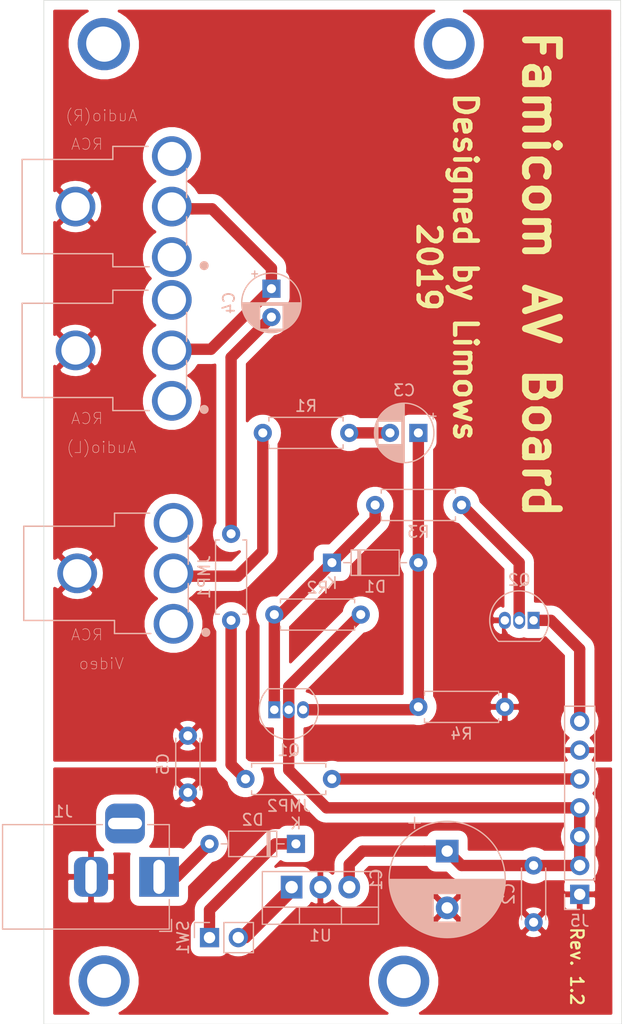
<source format=kicad_pcb>
(kicad_pcb (version 20171130) (host pcbnew "(5.1.4)-1")

  (general
    (thickness 1.6)
    (drawings 7)
    (tracks 62)
    (zones 0)
    (modules 22)
    (nets 17)
  )

  (page A4)
  (layers
    (0 F.Cu signal)
    (31 B.Cu signal)
    (32 B.Adhes user)
    (33 F.Adhes user)
    (34 B.Paste user)
    (35 F.Paste user)
    (36 B.SilkS user)
    (37 F.SilkS user)
    (38 B.Mask user)
    (39 F.Mask user)
    (40 Dwgs.User user)
    (41 Cmts.User user)
    (42 Eco1.User user)
    (43 Eco2.User user)
    (44 Edge.Cuts user)
    (45 Margin user)
    (46 B.CrtYd user)
    (47 F.CrtYd user)
    (48 B.Fab user)
    (49 F.Fab user)
  )

  (setup
    (last_trace_width 0.25)
    (user_trace_width 1)
    (trace_clearance 0.2)
    (zone_clearance 0.508)
    (zone_45_only no)
    (trace_min 0)
    (via_size 0.8)
    (via_drill 0.4)
    (via_min_size 0.4)
    (via_min_drill 0.3)
    (user_via 4.5 3)
    (uvia_size 0.3)
    (uvia_drill 0.1)
    (uvias_allowed no)
    (uvia_min_size 0.2)
    (uvia_min_drill 0.1)
    (edge_width 0.05)
    (segment_width 0.2)
    (pcb_text_width 0.3)
    (pcb_text_size 1.5 1.5)
    (mod_edge_width 0.12)
    (mod_text_size 1 1)
    (mod_text_width 0.15)
    (pad_size 1.524 1.524)
    (pad_drill 0.762)
    (pad_to_mask_clearance 0.051)
    (solder_mask_min_width 0.25)
    (aux_axis_origin 0 0)
    (visible_elements 7FFFFFFF)
    (pcbplotparams
      (layerselection 0x01030_ffffffff)
      (usegerberextensions false)
      (usegerberattributes false)
      (usegerberadvancedattributes false)
      (creategerberjobfile false)
      (excludeedgelayer true)
      (linewidth 0.100000)
      (plotframeref false)
      (viasonmask false)
      (mode 1)
      (useauxorigin false)
      (hpglpennumber 1)
      (hpglpenspeed 20)
      (hpglpendiameter 15.000000)
      (psnegative false)
      (psa4output false)
      (plotreference true)
      (plotvalue true)
      (plotinvisibletext false)
      (padsonsilk false)
      (subtractmaskfromsilk false)
      (outputformat 1)
      (mirror false)
      (drillshape 0)
      (scaleselection 1)
      (outputdirectory ""))
  )

  (net 0 "")
  (net 1 "Net-(C1-Pad1)")
  (net 2 GND)
  (net 3 "Net-(C3-Pad1)")
  (net 4 "Net-(C3-Pad2)")
  (net 5 "Net-(C4-Pad2)")
  (net 6 "Net-(D1-Pad1)")
  (net 7 "Net-(J5-Pad7)")
  (net 8 "Net-(Q2-Pad2)")
  (net 9 "Net-(SW1-Pad2)")
  (net 10 "Net-(J5-Pad5)")
  (net 11 "Net-(JMP1-Pad2)")
  (net 12 GNDA)
  (net 13 "Net-(D2-Pad2)")
  (net 14 "Net-(D2-Pad1)")
  (net 15 "Net-(Audio(L)1-Pad2)")
  (net 16 "Net-(R1-Pad2)")

  (net_class Default "Это класс цепей по умолчанию."
    (clearance 0.2)
    (trace_width 0.25)
    (via_dia 0.8)
    (via_drill 0.4)
    (uvia_dia 0.3)
    (uvia_drill 0.1)
    (add_net GND)
    (add_net GNDA)
    (add_net "Net-(Audio(L)1-Pad2)")
    (add_net "Net-(C1-Pad1)")
    (add_net "Net-(C3-Pad1)")
    (add_net "Net-(C3-Pad2)")
    (add_net "Net-(C4-Pad2)")
    (add_net "Net-(D1-Pad1)")
    (add_net "Net-(D2-Pad1)")
    (add_net "Net-(D2-Pad2)")
    (add_net "Net-(J5-Pad5)")
    (add_net "Net-(J5-Pad7)")
    (add_net "Net-(JMP1-Pad2)")
    (add_net "Net-(Q2-Pad2)")
    (add_net "Net-(R1-Pad2)")
    (add_net "Net-(SW1-Pad2)")
  )

  (module Diode_THT:D_DO-35_SOD27_P7.62mm_Horizontal (layer B.Cu) (tedit 5AE50CD5) (tstamp 5DBF2BCD)
    (at 47.625 94.615 180)
    (descr "Diode, DO-35_SOD27 series, Axial, Horizontal, pin pitch=7.62mm, , length*diameter=4*2mm^2, , http://www.diodes.com/_files/packages/DO-35.pdf")
    (tags "Diode DO-35_SOD27 series Axial Horizontal pin pitch 7.62mm  length 4mm diameter 2mm")
    (path /5DC5532F)
    (fp_text reference D2 (at 3.81 2.12) (layer B.SilkS)
      (effects (font (size 1 1) (thickness 0.15)) (justify mirror))
    )
    (fp_text value D (at 3.81 -2.12) (layer B.Fab)
      (effects (font (size 1 1) (thickness 0.15)) (justify mirror))
    )
    (fp_text user K (at 0 1.8) (layer B.SilkS)
      (effects (font (size 1 1) (thickness 0.15)) (justify mirror))
    )
    (fp_text user K (at 0 1.8) (layer B.Fab)
      (effects (font (size 1 1) (thickness 0.15)) (justify mirror))
    )
    (fp_text user %R (at 4.11 0) (layer B.Fab)
      (effects (font (size 0.8 0.8) (thickness 0.12)) (justify mirror))
    )
    (fp_line (start 8.67 1.25) (end -1.05 1.25) (layer B.CrtYd) (width 0.05))
    (fp_line (start 8.67 -1.25) (end 8.67 1.25) (layer B.CrtYd) (width 0.05))
    (fp_line (start -1.05 -1.25) (end 8.67 -1.25) (layer B.CrtYd) (width 0.05))
    (fp_line (start -1.05 1.25) (end -1.05 -1.25) (layer B.CrtYd) (width 0.05))
    (fp_line (start 2.29 1.12) (end 2.29 -1.12) (layer B.SilkS) (width 0.12))
    (fp_line (start 2.53 1.12) (end 2.53 -1.12) (layer B.SilkS) (width 0.12))
    (fp_line (start 2.41 1.12) (end 2.41 -1.12) (layer B.SilkS) (width 0.12))
    (fp_line (start 6.58 0) (end 5.93 0) (layer B.SilkS) (width 0.12))
    (fp_line (start 1.04 0) (end 1.69 0) (layer B.SilkS) (width 0.12))
    (fp_line (start 5.93 1.12) (end 1.69 1.12) (layer B.SilkS) (width 0.12))
    (fp_line (start 5.93 -1.12) (end 5.93 1.12) (layer B.SilkS) (width 0.12))
    (fp_line (start 1.69 -1.12) (end 5.93 -1.12) (layer B.SilkS) (width 0.12))
    (fp_line (start 1.69 1.12) (end 1.69 -1.12) (layer B.SilkS) (width 0.12))
    (fp_line (start 2.31 1) (end 2.31 -1) (layer B.Fab) (width 0.1))
    (fp_line (start 2.51 1) (end 2.51 -1) (layer B.Fab) (width 0.1))
    (fp_line (start 2.41 1) (end 2.41 -1) (layer B.Fab) (width 0.1))
    (fp_line (start 7.62 0) (end 5.81 0) (layer B.Fab) (width 0.1))
    (fp_line (start 0 0) (end 1.81 0) (layer B.Fab) (width 0.1))
    (fp_line (start 5.81 1) (end 1.81 1) (layer B.Fab) (width 0.1))
    (fp_line (start 5.81 -1) (end 5.81 1) (layer B.Fab) (width 0.1))
    (fp_line (start 1.81 -1) (end 5.81 -1) (layer B.Fab) (width 0.1))
    (fp_line (start 1.81 1) (end 1.81 -1) (layer B.Fab) (width 0.1))
    (pad 2 thru_hole oval (at 7.62 0 180) (size 1.6 1.6) (drill 0.8) (layers *.Cu *.Mask)
      (net 13 "Net-(D2-Pad2)"))
    (pad 1 thru_hole rect (at 0 0 180) (size 1.6 1.6) (drill 0.8) (layers *.Cu *.Mask)
      (net 14 "Net-(D2-Pad1)"))
    (model ${KISYS3DMOD}/Diode_THT.3dshapes/D_DO-35_SOD27_P7.62mm_Horizontal.wrl
      (at (xyz 0 0 0))
      (scale (xyz 1 1 1))
      (rotate (xyz 0 0 0))
    )
  )

  (module Connector_BarrelJack:BarrelJack_Horizontal (layer B.Cu) (tedit 5A1DBF6A) (tstamp 5D96F61E)
    (at 35.56 97.52)
    (descr "DC Barrel Jack")
    (tags "Power Jack")
    (path /5D963609)
    (fp_text reference J1 (at -8.45 -5.75 180) (layer B.SilkS)
      (effects (font (size 1 1) (thickness 0.15)) (justify mirror))
    )
    (fp_text value "9V DC Jack" (at -6.2 5.5 180) (layer B.Fab)
      (effects (font (size 1 1) (thickness 0.15)) (justify mirror))
    )
    (fp_text user %R (at -3 2.95 180) (layer B.Fab)
      (effects (font (size 1 1) (thickness 0.15)) (justify mirror))
    )
    (fp_line (start -0.003213 4.505425) (end 0.8 3.75) (layer B.Fab) (width 0.1))
    (fp_line (start 1.1 3.75) (end 1.1 4.8) (layer B.SilkS) (width 0.12))
    (fp_line (start 0.05 4.8) (end 1.1 4.8) (layer B.SilkS) (width 0.12))
    (fp_line (start 1 4.5) (end 1 4.75) (layer B.CrtYd) (width 0.05))
    (fp_line (start 1 4.75) (end -14 4.75) (layer B.CrtYd) (width 0.05))
    (fp_line (start 1 4.5) (end 1 2) (layer B.CrtYd) (width 0.05))
    (fp_line (start 1 2) (end 2 2) (layer B.CrtYd) (width 0.05))
    (fp_line (start 2 2) (end 2 -2) (layer B.CrtYd) (width 0.05))
    (fp_line (start 2 -2) (end 1 -2) (layer B.CrtYd) (width 0.05))
    (fp_line (start 1 -2) (end 1 -4.75) (layer B.CrtYd) (width 0.05))
    (fp_line (start 1 -4.75) (end -1 -4.75) (layer B.CrtYd) (width 0.05))
    (fp_line (start -1 -4.75) (end -1 -6.75) (layer B.CrtYd) (width 0.05))
    (fp_line (start -1 -6.75) (end -5 -6.75) (layer B.CrtYd) (width 0.05))
    (fp_line (start -5 -6.75) (end -5 -4.75) (layer B.CrtYd) (width 0.05))
    (fp_line (start -5 -4.75) (end -14 -4.75) (layer B.CrtYd) (width 0.05))
    (fp_line (start -14 -4.75) (end -14 4.75) (layer B.CrtYd) (width 0.05))
    (fp_line (start -5 -4.6) (end -13.8 -4.6) (layer B.SilkS) (width 0.12))
    (fp_line (start -13.8 -4.6) (end -13.8 4.6) (layer B.SilkS) (width 0.12))
    (fp_line (start 0.9 -1.9) (end 0.9 -4.6) (layer B.SilkS) (width 0.12))
    (fp_line (start 0.9 -4.6) (end -1 -4.6) (layer B.SilkS) (width 0.12))
    (fp_line (start -13.8 4.6) (end 0.9 4.6) (layer B.SilkS) (width 0.12))
    (fp_line (start 0.9 4.6) (end 0.9 2) (layer B.SilkS) (width 0.12))
    (fp_line (start -10.2 4.5) (end -10.2 -4.5) (layer B.Fab) (width 0.1))
    (fp_line (start -13.7 4.5) (end -13.7 -4.5) (layer B.Fab) (width 0.1))
    (fp_line (start -13.7 -4.5) (end 0.8 -4.5) (layer B.Fab) (width 0.1))
    (fp_line (start 0.8 -4.5) (end 0.8 3.75) (layer B.Fab) (width 0.1))
    (fp_line (start 0 4.5) (end -13.7 4.5) (layer B.Fab) (width 0.1))
    (pad 1 thru_hole rect (at 0 0) (size 3.5 3.5) (drill oval 1 3) (layers *.Cu *.Mask)
      (net 13 "Net-(D2-Pad2)"))
    (pad 2 thru_hole roundrect (at -6 0) (size 3 3.5) (drill oval 1 3) (layers *.Cu *.Mask) (roundrect_rratio 0.25)
      (net 2 GND))
    (pad 3 thru_hole roundrect (at -3 -4.7) (size 3.5 3.5) (drill oval 3 1) (layers *.Cu *.Mask) (roundrect_rratio 0.25))
    (model ${KISYS3DMOD}/Connector_BarrelJack.3dshapes/BarrelJack_Horizontal.wrl
      (at (xyz 0 0 0))
      (scale (xyz 1 1 1))
      (rotate (xyz 0 0 0))
    )
  )

  (module Resistor_THT:R_Axial_DIN0207_L6.3mm_D2.5mm_P7.62mm_Horizontal (layer B.Cu) (tedit 5AE5139B) (tstamp 5DBD7399)
    (at 43.18 88.9)
    (descr "Resistor, Axial_DIN0207 series, Axial, Horizontal, pin pitch=7.62mm, 0.25W = 1/4W, length*diameter=6.3*2.5mm^2, http://cdn-reichelt.de/documents/datenblatt/B400/1_4W%23YAG.pdf")
    (tags "Resistor Axial_DIN0207 series Axial Horizontal pin pitch 7.62mm 0.25W = 1/4W length 6.3mm diameter 2.5mm")
    (path /5DC1BEFC)
    (fp_text reference JMP2 (at 3.81 2.37) (layer B.SilkS)
      (effects (font (size 1 1) (thickness 0.15)) (justify mirror))
    )
    (fp_text value 0 (at 3.81 -2.37) (layer B.Fab)
      (effects (font (size 1 1) (thickness 0.15)) (justify mirror))
    )
    (fp_text user %R (at 3.81 0) (layer B.Fab)
      (effects (font (size 1 1) (thickness 0.15)) (justify mirror))
    )
    (fp_line (start 8.67 1.5) (end -1.05 1.5) (layer B.CrtYd) (width 0.05))
    (fp_line (start 8.67 -1.5) (end 8.67 1.5) (layer B.CrtYd) (width 0.05))
    (fp_line (start -1.05 -1.5) (end 8.67 -1.5) (layer B.CrtYd) (width 0.05))
    (fp_line (start -1.05 1.5) (end -1.05 -1.5) (layer B.CrtYd) (width 0.05))
    (fp_line (start 7.08 -1.37) (end 7.08 -1.04) (layer B.SilkS) (width 0.12))
    (fp_line (start 0.54 -1.37) (end 7.08 -1.37) (layer B.SilkS) (width 0.12))
    (fp_line (start 0.54 -1.04) (end 0.54 -1.37) (layer B.SilkS) (width 0.12))
    (fp_line (start 7.08 1.37) (end 7.08 1.04) (layer B.SilkS) (width 0.12))
    (fp_line (start 0.54 1.37) (end 7.08 1.37) (layer B.SilkS) (width 0.12))
    (fp_line (start 0.54 1.04) (end 0.54 1.37) (layer B.SilkS) (width 0.12))
    (fp_line (start 7.62 0) (end 6.96 0) (layer B.Fab) (width 0.1))
    (fp_line (start 0 0) (end 0.66 0) (layer B.Fab) (width 0.1))
    (fp_line (start 6.96 1.25) (end 0.66 1.25) (layer B.Fab) (width 0.1))
    (fp_line (start 6.96 -1.25) (end 6.96 1.25) (layer B.Fab) (width 0.1))
    (fp_line (start 0.66 -1.25) (end 6.96 -1.25) (layer B.Fab) (width 0.1))
    (fp_line (start 0.66 1.25) (end 0.66 -1.25) (layer B.Fab) (width 0.1))
    (pad 2 thru_hole oval (at 7.62 0) (size 1.6 1.6) (drill 0.8) (layers *.Cu *.Mask)
      (net 10 "Net-(J5-Pad5)"))
    (pad 1 thru_hole circle (at 0 0) (size 1.6 1.6) (drill 0.8) (layers *.Cu *.Mask)
      (net 11 "Net-(JMP1-Pad2)"))
    (model ${KISYS3DMOD}/Resistor_THT.3dshapes/R_Axial_DIN0207_L6.3mm_D2.5mm_P7.62mm_Horizontal.wrl
      (at (xyz 0 0 0))
      (scale (xyz 1 1 1))
      (rotate (xyz 0 0 0))
    )
  )

  (module Resistor_THT:R_Axial_DIN0207_L6.3mm_D2.5mm_P7.62mm_Horizontal (layer B.Cu) (tedit 5AE5139B) (tstamp 5DBD7386)
    (at 41.91 67.31 270)
    (descr "Resistor, Axial_DIN0207 series, Axial, Horizontal, pin pitch=7.62mm, 0.25W = 1/4W, length*diameter=6.3*2.5mm^2, http://cdn-reichelt.de/documents/datenblatt/B400/1_4W%23YAG.pdf")
    (tags "Resistor Axial_DIN0207 series Axial Horizontal pin pitch 7.62mm 0.25W = 1/4W length 6.3mm diameter 2.5mm")
    (path /5DC17F8B)
    (fp_text reference JMP1 (at 3.81 2.37 270) (layer B.SilkS)
      (effects (font (size 1 1) (thickness 0.15)) (justify mirror))
    )
    (fp_text value 0 (at 3.81 -2.37 270) (layer B.Fab)
      (effects (font (size 1 1) (thickness 0.15)) (justify mirror))
    )
    (fp_text user %R (at 3.81 0 270) (layer B.Fab)
      (effects (font (size 1 1) (thickness 0.15)) (justify mirror))
    )
    (fp_line (start 8.67 1.5) (end -1.05 1.5) (layer B.CrtYd) (width 0.05))
    (fp_line (start 8.67 -1.5) (end 8.67 1.5) (layer B.CrtYd) (width 0.05))
    (fp_line (start -1.05 -1.5) (end 8.67 -1.5) (layer B.CrtYd) (width 0.05))
    (fp_line (start -1.05 1.5) (end -1.05 -1.5) (layer B.CrtYd) (width 0.05))
    (fp_line (start 7.08 -1.37) (end 7.08 -1.04) (layer B.SilkS) (width 0.12))
    (fp_line (start 0.54 -1.37) (end 7.08 -1.37) (layer B.SilkS) (width 0.12))
    (fp_line (start 0.54 -1.04) (end 0.54 -1.37) (layer B.SilkS) (width 0.12))
    (fp_line (start 7.08 1.37) (end 7.08 1.04) (layer B.SilkS) (width 0.12))
    (fp_line (start 0.54 1.37) (end 7.08 1.37) (layer B.SilkS) (width 0.12))
    (fp_line (start 0.54 1.04) (end 0.54 1.37) (layer B.SilkS) (width 0.12))
    (fp_line (start 7.62 0) (end 6.96 0) (layer B.Fab) (width 0.1))
    (fp_line (start 0 0) (end 0.66 0) (layer B.Fab) (width 0.1))
    (fp_line (start 6.96 1.25) (end 0.66 1.25) (layer B.Fab) (width 0.1))
    (fp_line (start 6.96 -1.25) (end 6.96 1.25) (layer B.Fab) (width 0.1))
    (fp_line (start 0.66 -1.25) (end 6.96 -1.25) (layer B.Fab) (width 0.1))
    (fp_line (start 0.66 1.25) (end 0.66 -1.25) (layer B.Fab) (width 0.1))
    (pad 2 thru_hole oval (at 7.62 0 270) (size 1.6 1.6) (drill 0.8) (layers *.Cu *.Mask)
      (net 11 "Net-(JMP1-Pad2)"))
    (pad 1 thru_hole circle (at 0 0 270) (size 1.6 1.6) (drill 0.8) (layers *.Cu *.Mask)
      (net 5 "Net-(C4-Pad2)"))
    (model ${KISYS3DMOD}/Resistor_THT.3dshapes/R_Axial_DIN0207_L6.3mm_D2.5mm_P7.62mm_Horizontal.wrl
      (at (xyz 0 0 0))
      (scale (xyz 1 1 1))
      (rotate (xyz 0 0 0))
    )
  )

  (module Capacitor_THT:CP_Radial_D10.0mm_P5.00mm (layer B.Cu) (tedit 5AE50EF1) (tstamp 5D96F450)
    (at 60.96 95.25 270)
    (descr "CP, Radial series, Radial, pin pitch=5.00mm, , diameter=10mm, Electrolytic Capacitor")
    (tags "CP Radial series Radial pin pitch 5.00mm  diameter 10mm Electrolytic Capacitor")
    (path /5D96CFF6)
    (fp_text reference C1 (at 2.5 6.25 270) (layer B.SilkS)
      (effects (font (size 1 1) (thickness 0.15)) (justify mirror))
    )
    (fp_text value "1000 uF" (at 2.5 -6.25 270) (layer B.Fab)
      (effects (font (size 1 1) (thickness 0.15)) (justify mirror))
    )
    (fp_circle (center 2.5 0) (end 7.5 0) (layer B.Fab) (width 0.1))
    (fp_circle (center 2.5 0) (end 7.62 0) (layer B.SilkS) (width 0.12))
    (fp_circle (center 2.5 0) (end 7.75 0) (layer B.CrtYd) (width 0.05))
    (fp_line (start -1.788861 2.1875) (end -0.788861 2.1875) (layer B.Fab) (width 0.1))
    (fp_line (start -1.288861 2.6875) (end -1.288861 1.6875) (layer B.Fab) (width 0.1))
    (fp_line (start 2.5 5.08) (end 2.5 -5.08) (layer B.SilkS) (width 0.12))
    (fp_line (start 2.54 5.08) (end 2.54 -5.08) (layer B.SilkS) (width 0.12))
    (fp_line (start 2.58 5.08) (end 2.58 -5.08) (layer B.SilkS) (width 0.12))
    (fp_line (start 2.62 5.079) (end 2.62 -5.079) (layer B.SilkS) (width 0.12))
    (fp_line (start 2.66 5.078) (end 2.66 -5.078) (layer B.SilkS) (width 0.12))
    (fp_line (start 2.7 5.077) (end 2.7 -5.077) (layer B.SilkS) (width 0.12))
    (fp_line (start 2.74 5.075) (end 2.74 -5.075) (layer B.SilkS) (width 0.12))
    (fp_line (start 2.78 5.073) (end 2.78 -5.073) (layer B.SilkS) (width 0.12))
    (fp_line (start 2.82 5.07) (end 2.82 -5.07) (layer B.SilkS) (width 0.12))
    (fp_line (start 2.86 5.068) (end 2.86 -5.068) (layer B.SilkS) (width 0.12))
    (fp_line (start 2.9 5.065) (end 2.9 -5.065) (layer B.SilkS) (width 0.12))
    (fp_line (start 2.94 5.062) (end 2.94 -5.062) (layer B.SilkS) (width 0.12))
    (fp_line (start 2.98 5.058) (end 2.98 -5.058) (layer B.SilkS) (width 0.12))
    (fp_line (start 3.02 5.054) (end 3.02 -5.054) (layer B.SilkS) (width 0.12))
    (fp_line (start 3.06 5.05) (end 3.06 -5.05) (layer B.SilkS) (width 0.12))
    (fp_line (start 3.1 5.045) (end 3.1 -5.045) (layer B.SilkS) (width 0.12))
    (fp_line (start 3.14 5.04) (end 3.14 -5.04) (layer B.SilkS) (width 0.12))
    (fp_line (start 3.18 5.035) (end 3.18 -5.035) (layer B.SilkS) (width 0.12))
    (fp_line (start 3.221 5.03) (end 3.221 -5.03) (layer B.SilkS) (width 0.12))
    (fp_line (start 3.261 5.024) (end 3.261 -5.024) (layer B.SilkS) (width 0.12))
    (fp_line (start 3.301 5.018) (end 3.301 -5.018) (layer B.SilkS) (width 0.12))
    (fp_line (start 3.341 5.011) (end 3.341 -5.011) (layer B.SilkS) (width 0.12))
    (fp_line (start 3.381 5.004) (end 3.381 -5.004) (layer B.SilkS) (width 0.12))
    (fp_line (start 3.421 4.997) (end 3.421 -4.997) (layer B.SilkS) (width 0.12))
    (fp_line (start 3.461 4.99) (end 3.461 -4.99) (layer B.SilkS) (width 0.12))
    (fp_line (start 3.501 4.982) (end 3.501 -4.982) (layer B.SilkS) (width 0.12))
    (fp_line (start 3.541 4.974) (end 3.541 -4.974) (layer B.SilkS) (width 0.12))
    (fp_line (start 3.581 4.965) (end 3.581 -4.965) (layer B.SilkS) (width 0.12))
    (fp_line (start 3.621 4.956) (end 3.621 -4.956) (layer B.SilkS) (width 0.12))
    (fp_line (start 3.661 4.947) (end 3.661 -4.947) (layer B.SilkS) (width 0.12))
    (fp_line (start 3.701 4.938) (end 3.701 -4.938) (layer B.SilkS) (width 0.12))
    (fp_line (start 3.741 4.928) (end 3.741 -4.928) (layer B.SilkS) (width 0.12))
    (fp_line (start 3.781 4.918) (end 3.781 1.241) (layer B.SilkS) (width 0.12))
    (fp_line (start 3.781 -1.241) (end 3.781 -4.918) (layer B.SilkS) (width 0.12))
    (fp_line (start 3.821 4.907) (end 3.821 1.241) (layer B.SilkS) (width 0.12))
    (fp_line (start 3.821 -1.241) (end 3.821 -4.907) (layer B.SilkS) (width 0.12))
    (fp_line (start 3.861 4.897) (end 3.861 1.241) (layer B.SilkS) (width 0.12))
    (fp_line (start 3.861 -1.241) (end 3.861 -4.897) (layer B.SilkS) (width 0.12))
    (fp_line (start 3.901 4.885) (end 3.901 1.241) (layer B.SilkS) (width 0.12))
    (fp_line (start 3.901 -1.241) (end 3.901 -4.885) (layer B.SilkS) (width 0.12))
    (fp_line (start 3.941 4.874) (end 3.941 1.241) (layer B.SilkS) (width 0.12))
    (fp_line (start 3.941 -1.241) (end 3.941 -4.874) (layer B.SilkS) (width 0.12))
    (fp_line (start 3.981 4.862) (end 3.981 1.241) (layer B.SilkS) (width 0.12))
    (fp_line (start 3.981 -1.241) (end 3.981 -4.862) (layer B.SilkS) (width 0.12))
    (fp_line (start 4.021 4.85) (end 4.021 1.241) (layer B.SilkS) (width 0.12))
    (fp_line (start 4.021 -1.241) (end 4.021 -4.85) (layer B.SilkS) (width 0.12))
    (fp_line (start 4.061 4.837) (end 4.061 1.241) (layer B.SilkS) (width 0.12))
    (fp_line (start 4.061 -1.241) (end 4.061 -4.837) (layer B.SilkS) (width 0.12))
    (fp_line (start 4.101 4.824) (end 4.101 1.241) (layer B.SilkS) (width 0.12))
    (fp_line (start 4.101 -1.241) (end 4.101 -4.824) (layer B.SilkS) (width 0.12))
    (fp_line (start 4.141 4.811) (end 4.141 1.241) (layer B.SilkS) (width 0.12))
    (fp_line (start 4.141 -1.241) (end 4.141 -4.811) (layer B.SilkS) (width 0.12))
    (fp_line (start 4.181 4.797) (end 4.181 1.241) (layer B.SilkS) (width 0.12))
    (fp_line (start 4.181 -1.241) (end 4.181 -4.797) (layer B.SilkS) (width 0.12))
    (fp_line (start 4.221 4.783) (end 4.221 1.241) (layer B.SilkS) (width 0.12))
    (fp_line (start 4.221 -1.241) (end 4.221 -4.783) (layer B.SilkS) (width 0.12))
    (fp_line (start 4.261 4.768) (end 4.261 1.241) (layer B.SilkS) (width 0.12))
    (fp_line (start 4.261 -1.241) (end 4.261 -4.768) (layer B.SilkS) (width 0.12))
    (fp_line (start 4.301 4.754) (end 4.301 1.241) (layer B.SilkS) (width 0.12))
    (fp_line (start 4.301 -1.241) (end 4.301 -4.754) (layer B.SilkS) (width 0.12))
    (fp_line (start 4.341 4.738) (end 4.341 1.241) (layer B.SilkS) (width 0.12))
    (fp_line (start 4.341 -1.241) (end 4.341 -4.738) (layer B.SilkS) (width 0.12))
    (fp_line (start 4.381 4.723) (end 4.381 1.241) (layer B.SilkS) (width 0.12))
    (fp_line (start 4.381 -1.241) (end 4.381 -4.723) (layer B.SilkS) (width 0.12))
    (fp_line (start 4.421 4.707) (end 4.421 1.241) (layer B.SilkS) (width 0.12))
    (fp_line (start 4.421 -1.241) (end 4.421 -4.707) (layer B.SilkS) (width 0.12))
    (fp_line (start 4.461 4.69) (end 4.461 1.241) (layer B.SilkS) (width 0.12))
    (fp_line (start 4.461 -1.241) (end 4.461 -4.69) (layer B.SilkS) (width 0.12))
    (fp_line (start 4.501 4.674) (end 4.501 1.241) (layer B.SilkS) (width 0.12))
    (fp_line (start 4.501 -1.241) (end 4.501 -4.674) (layer B.SilkS) (width 0.12))
    (fp_line (start 4.541 4.657) (end 4.541 1.241) (layer B.SilkS) (width 0.12))
    (fp_line (start 4.541 -1.241) (end 4.541 -4.657) (layer B.SilkS) (width 0.12))
    (fp_line (start 4.581 4.639) (end 4.581 1.241) (layer B.SilkS) (width 0.12))
    (fp_line (start 4.581 -1.241) (end 4.581 -4.639) (layer B.SilkS) (width 0.12))
    (fp_line (start 4.621 4.621) (end 4.621 1.241) (layer B.SilkS) (width 0.12))
    (fp_line (start 4.621 -1.241) (end 4.621 -4.621) (layer B.SilkS) (width 0.12))
    (fp_line (start 4.661 4.603) (end 4.661 1.241) (layer B.SilkS) (width 0.12))
    (fp_line (start 4.661 -1.241) (end 4.661 -4.603) (layer B.SilkS) (width 0.12))
    (fp_line (start 4.701 4.584) (end 4.701 1.241) (layer B.SilkS) (width 0.12))
    (fp_line (start 4.701 -1.241) (end 4.701 -4.584) (layer B.SilkS) (width 0.12))
    (fp_line (start 4.741 4.564) (end 4.741 1.241) (layer B.SilkS) (width 0.12))
    (fp_line (start 4.741 -1.241) (end 4.741 -4.564) (layer B.SilkS) (width 0.12))
    (fp_line (start 4.781 4.545) (end 4.781 1.241) (layer B.SilkS) (width 0.12))
    (fp_line (start 4.781 -1.241) (end 4.781 -4.545) (layer B.SilkS) (width 0.12))
    (fp_line (start 4.821 4.525) (end 4.821 1.241) (layer B.SilkS) (width 0.12))
    (fp_line (start 4.821 -1.241) (end 4.821 -4.525) (layer B.SilkS) (width 0.12))
    (fp_line (start 4.861 4.504) (end 4.861 1.241) (layer B.SilkS) (width 0.12))
    (fp_line (start 4.861 -1.241) (end 4.861 -4.504) (layer B.SilkS) (width 0.12))
    (fp_line (start 4.901 4.483) (end 4.901 1.241) (layer B.SilkS) (width 0.12))
    (fp_line (start 4.901 -1.241) (end 4.901 -4.483) (layer B.SilkS) (width 0.12))
    (fp_line (start 4.941 4.462) (end 4.941 1.241) (layer B.SilkS) (width 0.12))
    (fp_line (start 4.941 -1.241) (end 4.941 -4.462) (layer B.SilkS) (width 0.12))
    (fp_line (start 4.981 4.44) (end 4.981 1.241) (layer B.SilkS) (width 0.12))
    (fp_line (start 4.981 -1.241) (end 4.981 -4.44) (layer B.SilkS) (width 0.12))
    (fp_line (start 5.021 4.417) (end 5.021 1.241) (layer B.SilkS) (width 0.12))
    (fp_line (start 5.021 -1.241) (end 5.021 -4.417) (layer B.SilkS) (width 0.12))
    (fp_line (start 5.061 4.395) (end 5.061 1.241) (layer B.SilkS) (width 0.12))
    (fp_line (start 5.061 -1.241) (end 5.061 -4.395) (layer B.SilkS) (width 0.12))
    (fp_line (start 5.101 4.371) (end 5.101 1.241) (layer B.SilkS) (width 0.12))
    (fp_line (start 5.101 -1.241) (end 5.101 -4.371) (layer B.SilkS) (width 0.12))
    (fp_line (start 5.141 4.347) (end 5.141 1.241) (layer B.SilkS) (width 0.12))
    (fp_line (start 5.141 -1.241) (end 5.141 -4.347) (layer B.SilkS) (width 0.12))
    (fp_line (start 5.181 4.323) (end 5.181 1.241) (layer B.SilkS) (width 0.12))
    (fp_line (start 5.181 -1.241) (end 5.181 -4.323) (layer B.SilkS) (width 0.12))
    (fp_line (start 5.221 4.298) (end 5.221 1.241) (layer B.SilkS) (width 0.12))
    (fp_line (start 5.221 -1.241) (end 5.221 -4.298) (layer B.SilkS) (width 0.12))
    (fp_line (start 5.261 4.273) (end 5.261 1.241) (layer B.SilkS) (width 0.12))
    (fp_line (start 5.261 -1.241) (end 5.261 -4.273) (layer B.SilkS) (width 0.12))
    (fp_line (start 5.301 4.247) (end 5.301 1.241) (layer B.SilkS) (width 0.12))
    (fp_line (start 5.301 -1.241) (end 5.301 -4.247) (layer B.SilkS) (width 0.12))
    (fp_line (start 5.341 4.221) (end 5.341 1.241) (layer B.SilkS) (width 0.12))
    (fp_line (start 5.341 -1.241) (end 5.341 -4.221) (layer B.SilkS) (width 0.12))
    (fp_line (start 5.381 4.194) (end 5.381 1.241) (layer B.SilkS) (width 0.12))
    (fp_line (start 5.381 -1.241) (end 5.381 -4.194) (layer B.SilkS) (width 0.12))
    (fp_line (start 5.421 4.166) (end 5.421 1.241) (layer B.SilkS) (width 0.12))
    (fp_line (start 5.421 -1.241) (end 5.421 -4.166) (layer B.SilkS) (width 0.12))
    (fp_line (start 5.461 4.138) (end 5.461 1.241) (layer B.SilkS) (width 0.12))
    (fp_line (start 5.461 -1.241) (end 5.461 -4.138) (layer B.SilkS) (width 0.12))
    (fp_line (start 5.501 4.11) (end 5.501 1.241) (layer B.SilkS) (width 0.12))
    (fp_line (start 5.501 -1.241) (end 5.501 -4.11) (layer B.SilkS) (width 0.12))
    (fp_line (start 5.541 4.08) (end 5.541 1.241) (layer B.SilkS) (width 0.12))
    (fp_line (start 5.541 -1.241) (end 5.541 -4.08) (layer B.SilkS) (width 0.12))
    (fp_line (start 5.581 4.05) (end 5.581 1.241) (layer B.SilkS) (width 0.12))
    (fp_line (start 5.581 -1.241) (end 5.581 -4.05) (layer B.SilkS) (width 0.12))
    (fp_line (start 5.621 4.02) (end 5.621 1.241) (layer B.SilkS) (width 0.12))
    (fp_line (start 5.621 -1.241) (end 5.621 -4.02) (layer B.SilkS) (width 0.12))
    (fp_line (start 5.661 3.989) (end 5.661 1.241) (layer B.SilkS) (width 0.12))
    (fp_line (start 5.661 -1.241) (end 5.661 -3.989) (layer B.SilkS) (width 0.12))
    (fp_line (start 5.701 3.957) (end 5.701 1.241) (layer B.SilkS) (width 0.12))
    (fp_line (start 5.701 -1.241) (end 5.701 -3.957) (layer B.SilkS) (width 0.12))
    (fp_line (start 5.741 3.925) (end 5.741 1.241) (layer B.SilkS) (width 0.12))
    (fp_line (start 5.741 -1.241) (end 5.741 -3.925) (layer B.SilkS) (width 0.12))
    (fp_line (start 5.781 3.892) (end 5.781 1.241) (layer B.SilkS) (width 0.12))
    (fp_line (start 5.781 -1.241) (end 5.781 -3.892) (layer B.SilkS) (width 0.12))
    (fp_line (start 5.821 3.858) (end 5.821 1.241) (layer B.SilkS) (width 0.12))
    (fp_line (start 5.821 -1.241) (end 5.821 -3.858) (layer B.SilkS) (width 0.12))
    (fp_line (start 5.861 3.824) (end 5.861 1.241) (layer B.SilkS) (width 0.12))
    (fp_line (start 5.861 -1.241) (end 5.861 -3.824) (layer B.SilkS) (width 0.12))
    (fp_line (start 5.901 3.789) (end 5.901 1.241) (layer B.SilkS) (width 0.12))
    (fp_line (start 5.901 -1.241) (end 5.901 -3.789) (layer B.SilkS) (width 0.12))
    (fp_line (start 5.941 3.753) (end 5.941 1.241) (layer B.SilkS) (width 0.12))
    (fp_line (start 5.941 -1.241) (end 5.941 -3.753) (layer B.SilkS) (width 0.12))
    (fp_line (start 5.981 3.716) (end 5.981 1.241) (layer B.SilkS) (width 0.12))
    (fp_line (start 5.981 -1.241) (end 5.981 -3.716) (layer B.SilkS) (width 0.12))
    (fp_line (start 6.021 3.679) (end 6.021 1.241) (layer B.SilkS) (width 0.12))
    (fp_line (start 6.021 -1.241) (end 6.021 -3.679) (layer B.SilkS) (width 0.12))
    (fp_line (start 6.061 3.64) (end 6.061 1.241) (layer B.SilkS) (width 0.12))
    (fp_line (start 6.061 -1.241) (end 6.061 -3.64) (layer B.SilkS) (width 0.12))
    (fp_line (start 6.101 3.601) (end 6.101 1.241) (layer B.SilkS) (width 0.12))
    (fp_line (start 6.101 -1.241) (end 6.101 -3.601) (layer B.SilkS) (width 0.12))
    (fp_line (start 6.141 3.561) (end 6.141 1.241) (layer B.SilkS) (width 0.12))
    (fp_line (start 6.141 -1.241) (end 6.141 -3.561) (layer B.SilkS) (width 0.12))
    (fp_line (start 6.181 3.52) (end 6.181 1.241) (layer B.SilkS) (width 0.12))
    (fp_line (start 6.181 -1.241) (end 6.181 -3.52) (layer B.SilkS) (width 0.12))
    (fp_line (start 6.221 3.478) (end 6.221 1.241) (layer B.SilkS) (width 0.12))
    (fp_line (start 6.221 -1.241) (end 6.221 -3.478) (layer B.SilkS) (width 0.12))
    (fp_line (start 6.261 3.436) (end 6.261 -3.436) (layer B.SilkS) (width 0.12))
    (fp_line (start 6.301 3.392) (end 6.301 -3.392) (layer B.SilkS) (width 0.12))
    (fp_line (start 6.341 3.347) (end 6.341 -3.347) (layer B.SilkS) (width 0.12))
    (fp_line (start 6.381 3.301) (end 6.381 -3.301) (layer B.SilkS) (width 0.12))
    (fp_line (start 6.421 3.254) (end 6.421 -3.254) (layer B.SilkS) (width 0.12))
    (fp_line (start 6.461 3.206) (end 6.461 -3.206) (layer B.SilkS) (width 0.12))
    (fp_line (start 6.501 3.156) (end 6.501 -3.156) (layer B.SilkS) (width 0.12))
    (fp_line (start 6.541 3.106) (end 6.541 -3.106) (layer B.SilkS) (width 0.12))
    (fp_line (start 6.581 3.054) (end 6.581 -3.054) (layer B.SilkS) (width 0.12))
    (fp_line (start 6.621 3) (end 6.621 -3) (layer B.SilkS) (width 0.12))
    (fp_line (start 6.661 2.945) (end 6.661 -2.945) (layer B.SilkS) (width 0.12))
    (fp_line (start 6.701 2.889) (end 6.701 -2.889) (layer B.SilkS) (width 0.12))
    (fp_line (start 6.741 2.83) (end 6.741 -2.83) (layer B.SilkS) (width 0.12))
    (fp_line (start 6.781 2.77) (end 6.781 -2.77) (layer B.SilkS) (width 0.12))
    (fp_line (start 6.821 2.709) (end 6.821 -2.709) (layer B.SilkS) (width 0.12))
    (fp_line (start 6.861 2.645) (end 6.861 -2.645) (layer B.SilkS) (width 0.12))
    (fp_line (start 6.901 2.579) (end 6.901 -2.579) (layer B.SilkS) (width 0.12))
    (fp_line (start 6.941 2.51) (end 6.941 -2.51) (layer B.SilkS) (width 0.12))
    (fp_line (start 6.981 2.439) (end 6.981 -2.439) (layer B.SilkS) (width 0.12))
    (fp_line (start 7.021 2.365) (end 7.021 -2.365) (layer B.SilkS) (width 0.12))
    (fp_line (start 7.061 2.289) (end 7.061 -2.289) (layer B.SilkS) (width 0.12))
    (fp_line (start 7.101 2.209) (end 7.101 -2.209) (layer B.SilkS) (width 0.12))
    (fp_line (start 7.141 2.125) (end 7.141 -2.125) (layer B.SilkS) (width 0.12))
    (fp_line (start 7.181 2.037) (end 7.181 -2.037) (layer B.SilkS) (width 0.12))
    (fp_line (start 7.221 1.944) (end 7.221 -1.944) (layer B.SilkS) (width 0.12))
    (fp_line (start 7.261 1.846) (end 7.261 -1.846) (layer B.SilkS) (width 0.12))
    (fp_line (start 7.301 1.742) (end 7.301 -1.742) (layer B.SilkS) (width 0.12))
    (fp_line (start 7.341 1.63) (end 7.341 -1.63) (layer B.SilkS) (width 0.12))
    (fp_line (start 7.381 1.51) (end 7.381 -1.51) (layer B.SilkS) (width 0.12))
    (fp_line (start 7.421 1.378) (end 7.421 -1.378) (layer B.SilkS) (width 0.12))
    (fp_line (start 7.461 1.23) (end 7.461 -1.23) (layer B.SilkS) (width 0.12))
    (fp_line (start 7.501 1.062) (end 7.501 -1.062) (layer B.SilkS) (width 0.12))
    (fp_line (start 7.541 0.862) (end 7.541 -0.862) (layer B.SilkS) (width 0.12))
    (fp_line (start 7.581 0.599) (end 7.581 -0.599) (layer B.SilkS) (width 0.12))
    (fp_line (start -2.979646 2.875) (end -1.979646 2.875) (layer B.SilkS) (width 0.12))
    (fp_line (start -2.479646 3.375) (end -2.479646 2.375) (layer B.SilkS) (width 0.12))
    (fp_text user %R (at 2.5 0 270) (layer B.Fab)
      (effects (font (size 1 1) (thickness 0.15)) (justify mirror))
    )
    (pad 1 thru_hole rect (at 0 0 270) (size 2 2) (drill 1) (layers *.Cu *.Mask)
      (net 1 "Net-(C1-Pad1)"))
    (pad 2 thru_hole circle (at 5 0 270) (size 2 2) (drill 1) (layers *.Cu *.Mask)
      (net 2 GND))
    (model ${KISYS3DMOD}/Capacitor_THT.3dshapes/CP_Radial_D10.0mm_P5.00mm.wrl
      (at (xyz 0 0 0))
      (scale (xyz 1 1 1))
      (rotate (xyz 0 0 0))
    )
  )

  (module Capacitor_THT:CP_Radial_D5.0mm_P2.50mm (layer B.Cu) (tedit 5AE50EF0) (tstamp 5D96F558)
    (at 58.42 58.42 180)
    (descr "CP, Radial series, Radial, pin pitch=2.50mm, , diameter=5mm, Electrolytic Capacitor")
    (tags "CP Radial series Radial pin pitch 2.50mm  diameter 5mm Electrolytic Capacitor")
    (path /5D974C13)
    (fp_text reference C3 (at 1.25 3.75) (layer B.SilkS)
      (effects (font (size 1 1) (thickness 0.15)) (justify mirror))
    )
    (fp_text value "220 uF" (at 1.25 -3.75) (layer B.Fab)
      (effects (font (size 1 1) (thickness 0.15)) (justify mirror))
    )
    (fp_circle (center 1.25 0) (end 3.75 0) (layer B.Fab) (width 0.1))
    (fp_circle (center 1.25 0) (end 3.87 0) (layer B.SilkS) (width 0.12))
    (fp_circle (center 1.25 0) (end 4 0) (layer B.CrtYd) (width 0.05))
    (fp_line (start -0.883605 1.0875) (end -0.383605 1.0875) (layer B.Fab) (width 0.1))
    (fp_line (start -0.633605 1.3375) (end -0.633605 0.8375) (layer B.Fab) (width 0.1))
    (fp_line (start 1.25 2.58) (end 1.25 -2.58) (layer B.SilkS) (width 0.12))
    (fp_line (start 1.29 2.58) (end 1.29 -2.58) (layer B.SilkS) (width 0.12))
    (fp_line (start 1.33 2.579) (end 1.33 -2.579) (layer B.SilkS) (width 0.12))
    (fp_line (start 1.37 2.578) (end 1.37 -2.578) (layer B.SilkS) (width 0.12))
    (fp_line (start 1.41 2.576) (end 1.41 -2.576) (layer B.SilkS) (width 0.12))
    (fp_line (start 1.45 2.573) (end 1.45 -2.573) (layer B.SilkS) (width 0.12))
    (fp_line (start 1.49 2.569) (end 1.49 1.04) (layer B.SilkS) (width 0.12))
    (fp_line (start 1.49 -1.04) (end 1.49 -2.569) (layer B.SilkS) (width 0.12))
    (fp_line (start 1.53 2.565) (end 1.53 1.04) (layer B.SilkS) (width 0.12))
    (fp_line (start 1.53 -1.04) (end 1.53 -2.565) (layer B.SilkS) (width 0.12))
    (fp_line (start 1.57 2.561) (end 1.57 1.04) (layer B.SilkS) (width 0.12))
    (fp_line (start 1.57 -1.04) (end 1.57 -2.561) (layer B.SilkS) (width 0.12))
    (fp_line (start 1.61 2.556) (end 1.61 1.04) (layer B.SilkS) (width 0.12))
    (fp_line (start 1.61 -1.04) (end 1.61 -2.556) (layer B.SilkS) (width 0.12))
    (fp_line (start 1.65 2.55) (end 1.65 1.04) (layer B.SilkS) (width 0.12))
    (fp_line (start 1.65 -1.04) (end 1.65 -2.55) (layer B.SilkS) (width 0.12))
    (fp_line (start 1.69 2.543) (end 1.69 1.04) (layer B.SilkS) (width 0.12))
    (fp_line (start 1.69 -1.04) (end 1.69 -2.543) (layer B.SilkS) (width 0.12))
    (fp_line (start 1.73 2.536) (end 1.73 1.04) (layer B.SilkS) (width 0.12))
    (fp_line (start 1.73 -1.04) (end 1.73 -2.536) (layer B.SilkS) (width 0.12))
    (fp_line (start 1.77 2.528) (end 1.77 1.04) (layer B.SilkS) (width 0.12))
    (fp_line (start 1.77 -1.04) (end 1.77 -2.528) (layer B.SilkS) (width 0.12))
    (fp_line (start 1.81 2.52) (end 1.81 1.04) (layer B.SilkS) (width 0.12))
    (fp_line (start 1.81 -1.04) (end 1.81 -2.52) (layer B.SilkS) (width 0.12))
    (fp_line (start 1.85 2.511) (end 1.85 1.04) (layer B.SilkS) (width 0.12))
    (fp_line (start 1.85 -1.04) (end 1.85 -2.511) (layer B.SilkS) (width 0.12))
    (fp_line (start 1.89 2.501) (end 1.89 1.04) (layer B.SilkS) (width 0.12))
    (fp_line (start 1.89 -1.04) (end 1.89 -2.501) (layer B.SilkS) (width 0.12))
    (fp_line (start 1.93 2.491) (end 1.93 1.04) (layer B.SilkS) (width 0.12))
    (fp_line (start 1.93 -1.04) (end 1.93 -2.491) (layer B.SilkS) (width 0.12))
    (fp_line (start 1.971 2.48) (end 1.971 1.04) (layer B.SilkS) (width 0.12))
    (fp_line (start 1.971 -1.04) (end 1.971 -2.48) (layer B.SilkS) (width 0.12))
    (fp_line (start 2.011 2.468) (end 2.011 1.04) (layer B.SilkS) (width 0.12))
    (fp_line (start 2.011 -1.04) (end 2.011 -2.468) (layer B.SilkS) (width 0.12))
    (fp_line (start 2.051 2.455) (end 2.051 1.04) (layer B.SilkS) (width 0.12))
    (fp_line (start 2.051 -1.04) (end 2.051 -2.455) (layer B.SilkS) (width 0.12))
    (fp_line (start 2.091 2.442) (end 2.091 1.04) (layer B.SilkS) (width 0.12))
    (fp_line (start 2.091 -1.04) (end 2.091 -2.442) (layer B.SilkS) (width 0.12))
    (fp_line (start 2.131 2.428) (end 2.131 1.04) (layer B.SilkS) (width 0.12))
    (fp_line (start 2.131 -1.04) (end 2.131 -2.428) (layer B.SilkS) (width 0.12))
    (fp_line (start 2.171 2.414) (end 2.171 1.04) (layer B.SilkS) (width 0.12))
    (fp_line (start 2.171 -1.04) (end 2.171 -2.414) (layer B.SilkS) (width 0.12))
    (fp_line (start 2.211 2.398) (end 2.211 1.04) (layer B.SilkS) (width 0.12))
    (fp_line (start 2.211 -1.04) (end 2.211 -2.398) (layer B.SilkS) (width 0.12))
    (fp_line (start 2.251 2.382) (end 2.251 1.04) (layer B.SilkS) (width 0.12))
    (fp_line (start 2.251 -1.04) (end 2.251 -2.382) (layer B.SilkS) (width 0.12))
    (fp_line (start 2.291 2.365) (end 2.291 1.04) (layer B.SilkS) (width 0.12))
    (fp_line (start 2.291 -1.04) (end 2.291 -2.365) (layer B.SilkS) (width 0.12))
    (fp_line (start 2.331 2.348) (end 2.331 1.04) (layer B.SilkS) (width 0.12))
    (fp_line (start 2.331 -1.04) (end 2.331 -2.348) (layer B.SilkS) (width 0.12))
    (fp_line (start 2.371 2.329) (end 2.371 1.04) (layer B.SilkS) (width 0.12))
    (fp_line (start 2.371 -1.04) (end 2.371 -2.329) (layer B.SilkS) (width 0.12))
    (fp_line (start 2.411 2.31) (end 2.411 1.04) (layer B.SilkS) (width 0.12))
    (fp_line (start 2.411 -1.04) (end 2.411 -2.31) (layer B.SilkS) (width 0.12))
    (fp_line (start 2.451 2.29) (end 2.451 1.04) (layer B.SilkS) (width 0.12))
    (fp_line (start 2.451 -1.04) (end 2.451 -2.29) (layer B.SilkS) (width 0.12))
    (fp_line (start 2.491 2.268) (end 2.491 1.04) (layer B.SilkS) (width 0.12))
    (fp_line (start 2.491 -1.04) (end 2.491 -2.268) (layer B.SilkS) (width 0.12))
    (fp_line (start 2.531 2.247) (end 2.531 1.04) (layer B.SilkS) (width 0.12))
    (fp_line (start 2.531 -1.04) (end 2.531 -2.247) (layer B.SilkS) (width 0.12))
    (fp_line (start 2.571 2.224) (end 2.571 1.04) (layer B.SilkS) (width 0.12))
    (fp_line (start 2.571 -1.04) (end 2.571 -2.224) (layer B.SilkS) (width 0.12))
    (fp_line (start 2.611 2.2) (end 2.611 1.04) (layer B.SilkS) (width 0.12))
    (fp_line (start 2.611 -1.04) (end 2.611 -2.2) (layer B.SilkS) (width 0.12))
    (fp_line (start 2.651 2.175) (end 2.651 1.04) (layer B.SilkS) (width 0.12))
    (fp_line (start 2.651 -1.04) (end 2.651 -2.175) (layer B.SilkS) (width 0.12))
    (fp_line (start 2.691 2.149) (end 2.691 1.04) (layer B.SilkS) (width 0.12))
    (fp_line (start 2.691 -1.04) (end 2.691 -2.149) (layer B.SilkS) (width 0.12))
    (fp_line (start 2.731 2.122) (end 2.731 1.04) (layer B.SilkS) (width 0.12))
    (fp_line (start 2.731 -1.04) (end 2.731 -2.122) (layer B.SilkS) (width 0.12))
    (fp_line (start 2.771 2.095) (end 2.771 1.04) (layer B.SilkS) (width 0.12))
    (fp_line (start 2.771 -1.04) (end 2.771 -2.095) (layer B.SilkS) (width 0.12))
    (fp_line (start 2.811 2.065) (end 2.811 1.04) (layer B.SilkS) (width 0.12))
    (fp_line (start 2.811 -1.04) (end 2.811 -2.065) (layer B.SilkS) (width 0.12))
    (fp_line (start 2.851 2.035) (end 2.851 1.04) (layer B.SilkS) (width 0.12))
    (fp_line (start 2.851 -1.04) (end 2.851 -2.035) (layer B.SilkS) (width 0.12))
    (fp_line (start 2.891 2.004) (end 2.891 1.04) (layer B.SilkS) (width 0.12))
    (fp_line (start 2.891 -1.04) (end 2.891 -2.004) (layer B.SilkS) (width 0.12))
    (fp_line (start 2.931 1.971) (end 2.931 1.04) (layer B.SilkS) (width 0.12))
    (fp_line (start 2.931 -1.04) (end 2.931 -1.971) (layer B.SilkS) (width 0.12))
    (fp_line (start 2.971 1.937) (end 2.971 1.04) (layer B.SilkS) (width 0.12))
    (fp_line (start 2.971 -1.04) (end 2.971 -1.937) (layer B.SilkS) (width 0.12))
    (fp_line (start 3.011 1.901) (end 3.011 1.04) (layer B.SilkS) (width 0.12))
    (fp_line (start 3.011 -1.04) (end 3.011 -1.901) (layer B.SilkS) (width 0.12))
    (fp_line (start 3.051 1.864) (end 3.051 1.04) (layer B.SilkS) (width 0.12))
    (fp_line (start 3.051 -1.04) (end 3.051 -1.864) (layer B.SilkS) (width 0.12))
    (fp_line (start 3.091 1.826) (end 3.091 1.04) (layer B.SilkS) (width 0.12))
    (fp_line (start 3.091 -1.04) (end 3.091 -1.826) (layer B.SilkS) (width 0.12))
    (fp_line (start 3.131 1.785) (end 3.131 1.04) (layer B.SilkS) (width 0.12))
    (fp_line (start 3.131 -1.04) (end 3.131 -1.785) (layer B.SilkS) (width 0.12))
    (fp_line (start 3.171 1.743) (end 3.171 1.04) (layer B.SilkS) (width 0.12))
    (fp_line (start 3.171 -1.04) (end 3.171 -1.743) (layer B.SilkS) (width 0.12))
    (fp_line (start 3.211 1.699) (end 3.211 1.04) (layer B.SilkS) (width 0.12))
    (fp_line (start 3.211 -1.04) (end 3.211 -1.699) (layer B.SilkS) (width 0.12))
    (fp_line (start 3.251 1.653) (end 3.251 1.04) (layer B.SilkS) (width 0.12))
    (fp_line (start 3.251 -1.04) (end 3.251 -1.653) (layer B.SilkS) (width 0.12))
    (fp_line (start 3.291 1.605) (end 3.291 1.04) (layer B.SilkS) (width 0.12))
    (fp_line (start 3.291 -1.04) (end 3.291 -1.605) (layer B.SilkS) (width 0.12))
    (fp_line (start 3.331 1.554) (end 3.331 1.04) (layer B.SilkS) (width 0.12))
    (fp_line (start 3.331 -1.04) (end 3.331 -1.554) (layer B.SilkS) (width 0.12))
    (fp_line (start 3.371 1.5) (end 3.371 1.04) (layer B.SilkS) (width 0.12))
    (fp_line (start 3.371 -1.04) (end 3.371 -1.5) (layer B.SilkS) (width 0.12))
    (fp_line (start 3.411 1.443) (end 3.411 1.04) (layer B.SilkS) (width 0.12))
    (fp_line (start 3.411 -1.04) (end 3.411 -1.443) (layer B.SilkS) (width 0.12))
    (fp_line (start 3.451 1.383) (end 3.451 1.04) (layer B.SilkS) (width 0.12))
    (fp_line (start 3.451 -1.04) (end 3.451 -1.383) (layer B.SilkS) (width 0.12))
    (fp_line (start 3.491 1.319) (end 3.491 1.04) (layer B.SilkS) (width 0.12))
    (fp_line (start 3.491 -1.04) (end 3.491 -1.319) (layer B.SilkS) (width 0.12))
    (fp_line (start 3.531 1.251) (end 3.531 1.04) (layer B.SilkS) (width 0.12))
    (fp_line (start 3.531 -1.04) (end 3.531 -1.251) (layer B.SilkS) (width 0.12))
    (fp_line (start 3.571 1.178) (end 3.571 -1.178) (layer B.SilkS) (width 0.12))
    (fp_line (start 3.611 1.098) (end 3.611 -1.098) (layer B.SilkS) (width 0.12))
    (fp_line (start 3.651 1.011) (end 3.651 -1.011) (layer B.SilkS) (width 0.12))
    (fp_line (start 3.691 0.915) (end 3.691 -0.915) (layer B.SilkS) (width 0.12))
    (fp_line (start 3.731 0.805) (end 3.731 -0.805) (layer B.SilkS) (width 0.12))
    (fp_line (start 3.771 0.677) (end 3.771 -0.677) (layer B.SilkS) (width 0.12))
    (fp_line (start 3.811 0.518) (end 3.811 -0.518) (layer B.SilkS) (width 0.12))
    (fp_line (start 3.851 0.284) (end 3.851 -0.284) (layer B.SilkS) (width 0.12))
    (fp_line (start -1.554775 1.475) (end -1.054775 1.475) (layer B.SilkS) (width 0.12))
    (fp_line (start -1.304775 1.725) (end -1.304775 1.225) (layer B.SilkS) (width 0.12))
    (fp_text user %R (at 1.25 0) (layer B.Fab)
      (effects (font (size 1 1) (thickness 0.15)) (justify mirror))
    )
    (pad 1 thru_hole rect (at 0 0 180) (size 1.6 1.6) (drill 0.8) (layers *.Cu *.Mask)
      (net 3 "Net-(C3-Pad1)"))
    (pad 2 thru_hole circle (at 2.5 0 180) (size 1.6 1.6) (drill 0.8) (layers *.Cu *.Mask)
      (net 4 "Net-(C3-Pad2)"))
    (model ${KISYS3DMOD}/Capacitor_THT.3dshapes/CP_Radial_D5.0mm_P2.50mm.wrl
      (at (xyz 0 0 0))
      (scale (xyz 1 1 1))
      (rotate (xyz 0 0 0))
    )
  )

  (module Capacitor_THT:CP_Radial_D5.0mm_P2.50mm (layer B.Cu) (tedit 5AE50EF0) (tstamp 5D96F5DC)
    (at 45.466 45.72 270)
    (descr "CP, Radial series, Radial, pin pitch=2.50mm, , diameter=5mm, Electrolytic Capacitor")
    (tags "CP Radial series Radial pin pitch 2.50mm  diameter 5mm Electrolytic Capacitor")
    (path /5D9A077B)
    (fp_text reference C4 (at 1.25 3.75 90) (layer B.SilkS)
      (effects (font (size 1 1) (thickness 0.15)) (justify mirror))
    )
    (fp_text value "47 uF" (at 1.25 -3.75 90) (layer B.Fab)
      (effects (font (size 1 1) (thickness 0.15)) (justify mirror))
    )
    (fp_text user %R (at 1.25 0 90) (layer B.Fab)
      (effects (font (size 1 1) (thickness 0.15)) (justify mirror))
    )
    (fp_line (start -1.304775 1.725) (end -1.304775 1.225) (layer B.SilkS) (width 0.12))
    (fp_line (start -1.554775 1.475) (end -1.054775 1.475) (layer B.SilkS) (width 0.12))
    (fp_line (start 3.851 0.284) (end 3.851 -0.284) (layer B.SilkS) (width 0.12))
    (fp_line (start 3.811 0.518) (end 3.811 -0.518) (layer B.SilkS) (width 0.12))
    (fp_line (start 3.771 0.677) (end 3.771 -0.677) (layer B.SilkS) (width 0.12))
    (fp_line (start 3.731 0.805) (end 3.731 -0.805) (layer B.SilkS) (width 0.12))
    (fp_line (start 3.691 0.915) (end 3.691 -0.915) (layer B.SilkS) (width 0.12))
    (fp_line (start 3.651 1.011) (end 3.651 -1.011) (layer B.SilkS) (width 0.12))
    (fp_line (start 3.611 1.098) (end 3.611 -1.098) (layer B.SilkS) (width 0.12))
    (fp_line (start 3.571 1.178) (end 3.571 -1.178) (layer B.SilkS) (width 0.12))
    (fp_line (start 3.531 -1.04) (end 3.531 -1.251) (layer B.SilkS) (width 0.12))
    (fp_line (start 3.531 1.251) (end 3.531 1.04) (layer B.SilkS) (width 0.12))
    (fp_line (start 3.491 -1.04) (end 3.491 -1.319) (layer B.SilkS) (width 0.12))
    (fp_line (start 3.491 1.319) (end 3.491 1.04) (layer B.SilkS) (width 0.12))
    (fp_line (start 3.451 -1.04) (end 3.451 -1.383) (layer B.SilkS) (width 0.12))
    (fp_line (start 3.451 1.383) (end 3.451 1.04) (layer B.SilkS) (width 0.12))
    (fp_line (start 3.411 -1.04) (end 3.411 -1.443) (layer B.SilkS) (width 0.12))
    (fp_line (start 3.411 1.443) (end 3.411 1.04) (layer B.SilkS) (width 0.12))
    (fp_line (start 3.371 -1.04) (end 3.371 -1.5) (layer B.SilkS) (width 0.12))
    (fp_line (start 3.371 1.5) (end 3.371 1.04) (layer B.SilkS) (width 0.12))
    (fp_line (start 3.331 -1.04) (end 3.331 -1.554) (layer B.SilkS) (width 0.12))
    (fp_line (start 3.331 1.554) (end 3.331 1.04) (layer B.SilkS) (width 0.12))
    (fp_line (start 3.291 -1.04) (end 3.291 -1.605) (layer B.SilkS) (width 0.12))
    (fp_line (start 3.291 1.605) (end 3.291 1.04) (layer B.SilkS) (width 0.12))
    (fp_line (start 3.251 -1.04) (end 3.251 -1.653) (layer B.SilkS) (width 0.12))
    (fp_line (start 3.251 1.653) (end 3.251 1.04) (layer B.SilkS) (width 0.12))
    (fp_line (start 3.211 -1.04) (end 3.211 -1.699) (layer B.SilkS) (width 0.12))
    (fp_line (start 3.211 1.699) (end 3.211 1.04) (layer B.SilkS) (width 0.12))
    (fp_line (start 3.171 -1.04) (end 3.171 -1.743) (layer B.SilkS) (width 0.12))
    (fp_line (start 3.171 1.743) (end 3.171 1.04) (layer B.SilkS) (width 0.12))
    (fp_line (start 3.131 -1.04) (end 3.131 -1.785) (layer B.SilkS) (width 0.12))
    (fp_line (start 3.131 1.785) (end 3.131 1.04) (layer B.SilkS) (width 0.12))
    (fp_line (start 3.091 -1.04) (end 3.091 -1.826) (layer B.SilkS) (width 0.12))
    (fp_line (start 3.091 1.826) (end 3.091 1.04) (layer B.SilkS) (width 0.12))
    (fp_line (start 3.051 -1.04) (end 3.051 -1.864) (layer B.SilkS) (width 0.12))
    (fp_line (start 3.051 1.864) (end 3.051 1.04) (layer B.SilkS) (width 0.12))
    (fp_line (start 3.011 -1.04) (end 3.011 -1.901) (layer B.SilkS) (width 0.12))
    (fp_line (start 3.011 1.901) (end 3.011 1.04) (layer B.SilkS) (width 0.12))
    (fp_line (start 2.971 -1.04) (end 2.971 -1.937) (layer B.SilkS) (width 0.12))
    (fp_line (start 2.971 1.937) (end 2.971 1.04) (layer B.SilkS) (width 0.12))
    (fp_line (start 2.931 -1.04) (end 2.931 -1.971) (layer B.SilkS) (width 0.12))
    (fp_line (start 2.931 1.971) (end 2.931 1.04) (layer B.SilkS) (width 0.12))
    (fp_line (start 2.891 -1.04) (end 2.891 -2.004) (layer B.SilkS) (width 0.12))
    (fp_line (start 2.891 2.004) (end 2.891 1.04) (layer B.SilkS) (width 0.12))
    (fp_line (start 2.851 -1.04) (end 2.851 -2.035) (layer B.SilkS) (width 0.12))
    (fp_line (start 2.851 2.035) (end 2.851 1.04) (layer B.SilkS) (width 0.12))
    (fp_line (start 2.811 -1.04) (end 2.811 -2.065) (layer B.SilkS) (width 0.12))
    (fp_line (start 2.811 2.065) (end 2.811 1.04) (layer B.SilkS) (width 0.12))
    (fp_line (start 2.771 -1.04) (end 2.771 -2.095) (layer B.SilkS) (width 0.12))
    (fp_line (start 2.771 2.095) (end 2.771 1.04) (layer B.SilkS) (width 0.12))
    (fp_line (start 2.731 -1.04) (end 2.731 -2.122) (layer B.SilkS) (width 0.12))
    (fp_line (start 2.731 2.122) (end 2.731 1.04) (layer B.SilkS) (width 0.12))
    (fp_line (start 2.691 -1.04) (end 2.691 -2.149) (layer B.SilkS) (width 0.12))
    (fp_line (start 2.691 2.149) (end 2.691 1.04) (layer B.SilkS) (width 0.12))
    (fp_line (start 2.651 -1.04) (end 2.651 -2.175) (layer B.SilkS) (width 0.12))
    (fp_line (start 2.651 2.175) (end 2.651 1.04) (layer B.SilkS) (width 0.12))
    (fp_line (start 2.611 -1.04) (end 2.611 -2.2) (layer B.SilkS) (width 0.12))
    (fp_line (start 2.611 2.2) (end 2.611 1.04) (layer B.SilkS) (width 0.12))
    (fp_line (start 2.571 -1.04) (end 2.571 -2.224) (layer B.SilkS) (width 0.12))
    (fp_line (start 2.571 2.224) (end 2.571 1.04) (layer B.SilkS) (width 0.12))
    (fp_line (start 2.531 -1.04) (end 2.531 -2.247) (layer B.SilkS) (width 0.12))
    (fp_line (start 2.531 2.247) (end 2.531 1.04) (layer B.SilkS) (width 0.12))
    (fp_line (start 2.491 -1.04) (end 2.491 -2.268) (layer B.SilkS) (width 0.12))
    (fp_line (start 2.491 2.268) (end 2.491 1.04) (layer B.SilkS) (width 0.12))
    (fp_line (start 2.451 -1.04) (end 2.451 -2.29) (layer B.SilkS) (width 0.12))
    (fp_line (start 2.451 2.29) (end 2.451 1.04) (layer B.SilkS) (width 0.12))
    (fp_line (start 2.411 -1.04) (end 2.411 -2.31) (layer B.SilkS) (width 0.12))
    (fp_line (start 2.411 2.31) (end 2.411 1.04) (layer B.SilkS) (width 0.12))
    (fp_line (start 2.371 -1.04) (end 2.371 -2.329) (layer B.SilkS) (width 0.12))
    (fp_line (start 2.371 2.329) (end 2.371 1.04) (layer B.SilkS) (width 0.12))
    (fp_line (start 2.331 -1.04) (end 2.331 -2.348) (layer B.SilkS) (width 0.12))
    (fp_line (start 2.331 2.348) (end 2.331 1.04) (layer B.SilkS) (width 0.12))
    (fp_line (start 2.291 -1.04) (end 2.291 -2.365) (layer B.SilkS) (width 0.12))
    (fp_line (start 2.291 2.365) (end 2.291 1.04) (layer B.SilkS) (width 0.12))
    (fp_line (start 2.251 -1.04) (end 2.251 -2.382) (layer B.SilkS) (width 0.12))
    (fp_line (start 2.251 2.382) (end 2.251 1.04) (layer B.SilkS) (width 0.12))
    (fp_line (start 2.211 -1.04) (end 2.211 -2.398) (layer B.SilkS) (width 0.12))
    (fp_line (start 2.211 2.398) (end 2.211 1.04) (layer B.SilkS) (width 0.12))
    (fp_line (start 2.171 -1.04) (end 2.171 -2.414) (layer B.SilkS) (width 0.12))
    (fp_line (start 2.171 2.414) (end 2.171 1.04) (layer B.SilkS) (width 0.12))
    (fp_line (start 2.131 -1.04) (end 2.131 -2.428) (layer B.SilkS) (width 0.12))
    (fp_line (start 2.131 2.428) (end 2.131 1.04) (layer B.SilkS) (width 0.12))
    (fp_line (start 2.091 -1.04) (end 2.091 -2.442) (layer B.SilkS) (width 0.12))
    (fp_line (start 2.091 2.442) (end 2.091 1.04) (layer B.SilkS) (width 0.12))
    (fp_line (start 2.051 -1.04) (end 2.051 -2.455) (layer B.SilkS) (width 0.12))
    (fp_line (start 2.051 2.455) (end 2.051 1.04) (layer B.SilkS) (width 0.12))
    (fp_line (start 2.011 -1.04) (end 2.011 -2.468) (layer B.SilkS) (width 0.12))
    (fp_line (start 2.011 2.468) (end 2.011 1.04) (layer B.SilkS) (width 0.12))
    (fp_line (start 1.971 -1.04) (end 1.971 -2.48) (layer B.SilkS) (width 0.12))
    (fp_line (start 1.971 2.48) (end 1.971 1.04) (layer B.SilkS) (width 0.12))
    (fp_line (start 1.93 -1.04) (end 1.93 -2.491) (layer B.SilkS) (width 0.12))
    (fp_line (start 1.93 2.491) (end 1.93 1.04) (layer B.SilkS) (width 0.12))
    (fp_line (start 1.89 -1.04) (end 1.89 -2.501) (layer B.SilkS) (width 0.12))
    (fp_line (start 1.89 2.501) (end 1.89 1.04) (layer B.SilkS) (width 0.12))
    (fp_line (start 1.85 -1.04) (end 1.85 -2.511) (layer B.SilkS) (width 0.12))
    (fp_line (start 1.85 2.511) (end 1.85 1.04) (layer B.SilkS) (width 0.12))
    (fp_line (start 1.81 -1.04) (end 1.81 -2.52) (layer B.SilkS) (width 0.12))
    (fp_line (start 1.81 2.52) (end 1.81 1.04) (layer B.SilkS) (width 0.12))
    (fp_line (start 1.77 -1.04) (end 1.77 -2.528) (layer B.SilkS) (width 0.12))
    (fp_line (start 1.77 2.528) (end 1.77 1.04) (layer B.SilkS) (width 0.12))
    (fp_line (start 1.73 -1.04) (end 1.73 -2.536) (layer B.SilkS) (width 0.12))
    (fp_line (start 1.73 2.536) (end 1.73 1.04) (layer B.SilkS) (width 0.12))
    (fp_line (start 1.69 -1.04) (end 1.69 -2.543) (layer B.SilkS) (width 0.12))
    (fp_line (start 1.69 2.543) (end 1.69 1.04) (layer B.SilkS) (width 0.12))
    (fp_line (start 1.65 -1.04) (end 1.65 -2.55) (layer B.SilkS) (width 0.12))
    (fp_line (start 1.65 2.55) (end 1.65 1.04) (layer B.SilkS) (width 0.12))
    (fp_line (start 1.61 -1.04) (end 1.61 -2.556) (layer B.SilkS) (width 0.12))
    (fp_line (start 1.61 2.556) (end 1.61 1.04) (layer B.SilkS) (width 0.12))
    (fp_line (start 1.57 -1.04) (end 1.57 -2.561) (layer B.SilkS) (width 0.12))
    (fp_line (start 1.57 2.561) (end 1.57 1.04) (layer B.SilkS) (width 0.12))
    (fp_line (start 1.53 -1.04) (end 1.53 -2.565) (layer B.SilkS) (width 0.12))
    (fp_line (start 1.53 2.565) (end 1.53 1.04) (layer B.SilkS) (width 0.12))
    (fp_line (start 1.49 -1.04) (end 1.49 -2.569) (layer B.SilkS) (width 0.12))
    (fp_line (start 1.49 2.569) (end 1.49 1.04) (layer B.SilkS) (width 0.12))
    (fp_line (start 1.45 2.573) (end 1.45 -2.573) (layer B.SilkS) (width 0.12))
    (fp_line (start 1.41 2.576) (end 1.41 -2.576) (layer B.SilkS) (width 0.12))
    (fp_line (start 1.37 2.578) (end 1.37 -2.578) (layer B.SilkS) (width 0.12))
    (fp_line (start 1.33 2.579) (end 1.33 -2.579) (layer B.SilkS) (width 0.12))
    (fp_line (start 1.29 2.58) (end 1.29 -2.58) (layer B.SilkS) (width 0.12))
    (fp_line (start 1.25 2.58) (end 1.25 -2.58) (layer B.SilkS) (width 0.12))
    (fp_line (start -0.633605 1.3375) (end -0.633605 0.8375) (layer B.Fab) (width 0.1))
    (fp_line (start -0.883605 1.0875) (end -0.383605 1.0875) (layer B.Fab) (width 0.1))
    (fp_circle (center 1.25 0) (end 4 0) (layer B.CrtYd) (width 0.05))
    (fp_circle (center 1.25 0) (end 3.87 0) (layer B.SilkS) (width 0.12))
    (fp_circle (center 1.25 0) (end 3.75 0) (layer B.Fab) (width 0.1))
    (pad 2 thru_hole circle (at 2.5 0 270) (size 1.6 1.6) (drill 0.8) (layers *.Cu *.Mask)
      (net 5 "Net-(C4-Pad2)"))
    (pad 1 thru_hole rect (at 0 0 270) (size 1.6 1.6) (drill 0.8) (layers *.Cu *.Mask)
      (net 15 "Net-(Audio(L)1-Pad2)"))
    (model ${KISYS3DMOD}/Capacitor_THT.3dshapes/CP_Radial_D5.0mm_P2.50mm.wrl
      (at (xyz 0 0 0))
      (scale (xyz 1 1 1))
      (rotate (xyz 0 0 0))
    )
  )

  (module Package_TO_SOT_THT:TO-220-3_Vertical (layer B.Cu) (tedit 5AC8BA0D) (tstamp 5D96F76B)
    (at 47.244 98.425)
    (descr "TO-220-3, Vertical, RM 2.54mm, see https://www.vishay.com/docs/66542/to-220-1.pdf")
    (tags "TO-220-3 Vertical RM 2.54mm")
    (path /5D96419D)
    (fp_text reference U1 (at 2.54 4.27 -180) (layer B.SilkS)
      (effects (font (size 1 1) (thickness 0.15)) (justify mirror))
    )
    (fp_text value L7805 (at 2.54 -2.5 -180) (layer B.Fab)
      (effects (font (size 1 1) (thickness 0.15)) (justify mirror))
    )
    (fp_line (start -2.46 3.15) (end -2.46 -1.25) (layer B.Fab) (width 0.1))
    (fp_line (start -2.46 -1.25) (end 7.54 -1.25) (layer B.Fab) (width 0.1))
    (fp_line (start 7.54 -1.25) (end 7.54 3.15) (layer B.Fab) (width 0.1))
    (fp_line (start 7.54 3.15) (end -2.46 3.15) (layer B.Fab) (width 0.1))
    (fp_line (start -2.46 1.88) (end 7.54 1.88) (layer B.Fab) (width 0.1))
    (fp_line (start 0.69 3.15) (end 0.69 1.88) (layer B.Fab) (width 0.1))
    (fp_line (start 4.39 3.15) (end 4.39 1.88) (layer B.Fab) (width 0.1))
    (fp_line (start -2.58 3.27) (end 7.66 3.27) (layer B.SilkS) (width 0.12))
    (fp_line (start -2.58 -1.371) (end 7.66 -1.371) (layer B.SilkS) (width 0.12))
    (fp_line (start -2.58 3.27) (end -2.58 -1.371) (layer B.SilkS) (width 0.12))
    (fp_line (start 7.66 3.27) (end 7.66 -1.371) (layer B.SilkS) (width 0.12))
    (fp_line (start -2.58 1.76) (end 7.66 1.76) (layer B.SilkS) (width 0.12))
    (fp_line (start 0.69 3.27) (end 0.69 1.76) (layer B.SilkS) (width 0.12))
    (fp_line (start 4.391 3.27) (end 4.391 1.76) (layer B.SilkS) (width 0.12))
    (fp_line (start -2.71 3.4) (end -2.71 -1.51) (layer B.CrtYd) (width 0.05))
    (fp_line (start -2.71 -1.51) (end 7.79 -1.51) (layer B.CrtYd) (width 0.05))
    (fp_line (start 7.79 -1.51) (end 7.79 3.4) (layer B.CrtYd) (width 0.05))
    (fp_line (start 7.79 3.4) (end -2.71 3.4) (layer B.CrtYd) (width 0.05))
    (fp_text user %R (at 2.54 4.27 -180) (layer B.Fab)
      (effects (font (size 1 1) (thickness 0.15)) (justify mirror))
    )
    (pad 1 thru_hole rect (at 0 0) (size 1.905 2) (drill 1.1) (layers *.Cu *.Mask)
      (net 9 "Net-(SW1-Pad2)"))
    (pad 2 thru_hole oval (at 2.54 0) (size 1.905 2) (drill 1.1) (layers *.Cu *.Mask)
      (net 2 GND))
    (pad 3 thru_hole oval (at 5.08 0) (size 1.905 2) (drill 1.1) (layers *.Cu *.Mask)
      (net 1 "Net-(C1-Pad1)"))
    (model ${KISYS3DMOD}/Package_TO_SOT_THT.3dshapes/TO-220-3_Vertical.wrl
      (at (xyz 0 0 0))
      (scale (xyz 1 1 1))
      (rotate (xyz 0 0 0))
    )
  )

  (module Diode_THT:D_DO-35_SOD27_P7.62mm_Horizontal (layer B.Cu) (tedit 5AE50CD5) (tstamp 5DB8D3D6)
    (at 50.8 69.85)
    (descr "Diode, DO-35_SOD27 series, Axial, Horizontal, pin pitch=7.62mm, , length*diameter=4*2mm^2, , http://www.diodes.com/_files/packages/DO-35.pdf")
    (tags "Diode DO-35_SOD27 series Axial Horizontal pin pitch 7.62mm  length 4mm diameter 2mm")
    (path /5D978C73)
    (fp_text reference D1 (at 3.81 2.12) (layer B.SilkS)
      (effects (font (size 1 1) (thickness 0.15)) (justify mirror))
    )
    (fp_text value D (at 3.81 -2.12) (layer B.Fab)
      (effects (font (size 1 1) (thickness 0.15)) (justify mirror))
    )
    (fp_line (start 1.81 1) (end 1.81 -1) (layer B.Fab) (width 0.1))
    (fp_line (start 1.81 -1) (end 5.81 -1) (layer B.Fab) (width 0.1))
    (fp_line (start 5.81 -1) (end 5.81 1) (layer B.Fab) (width 0.1))
    (fp_line (start 5.81 1) (end 1.81 1) (layer B.Fab) (width 0.1))
    (fp_line (start 0 0) (end 1.81 0) (layer B.Fab) (width 0.1))
    (fp_line (start 7.62 0) (end 5.81 0) (layer B.Fab) (width 0.1))
    (fp_line (start 2.41 1) (end 2.41 -1) (layer B.Fab) (width 0.1))
    (fp_line (start 2.51 1) (end 2.51 -1) (layer B.Fab) (width 0.1))
    (fp_line (start 2.31 1) (end 2.31 -1) (layer B.Fab) (width 0.1))
    (fp_line (start 1.69 1.12) (end 1.69 -1.12) (layer B.SilkS) (width 0.12))
    (fp_line (start 1.69 -1.12) (end 5.93 -1.12) (layer B.SilkS) (width 0.12))
    (fp_line (start 5.93 -1.12) (end 5.93 1.12) (layer B.SilkS) (width 0.12))
    (fp_line (start 5.93 1.12) (end 1.69 1.12) (layer B.SilkS) (width 0.12))
    (fp_line (start 1.04 0) (end 1.69 0) (layer B.SilkS) (width 0.12))
    (fp_line (start 6.58 0) (end 5.93 0) (layer B.SilkS) (width 0.12))
    (fp_line (start 2.41 1.12) (end 2.41 -1.12) (layer B.SilkS) (width 0.12))
    (fp_line (start 2.53 1.12) (end 2.53 -1.12) (layer B.SilkS) (width 0.12))
    (fp_line (start 2.29 1.12) (end 2.29 -1.12) (layer B.SilkS) (width 0.12))
    (fp_line (start -1.05 1.25) (end -1.05 -1.25) (layer B.CrtYd) (width 0.05))
    (fp_line (start -1.05 -1.25) (end 8.67 -1.25) (layer B.CrtYd) (width 0.05))
    (fp_line (start 8.67 -1.25) (end 8.67 1.25) (layer B.CrtYd) (width 0.05))
    (fp_line (start 8.67 1.25) (end -1.05 1.25) (layer B.CrtYd) (width 0.05))
    (fp_text user %R (at 4.11 0) (layer B.Fab)
      (effects (font (size 0.8 0.8) (thickness 0.12)) (justify mirror))
    )
    (fp_text user K (at 0 1.8) (layer B.Fab)
      (effects (font (size 1 1) (thickness 0.15)) (justify mirror))
    )
    (fp_text user K (at 0 1.8) (layer B.SilkS)
      (effects (font (size 1 1) (thickness 0.15)) (justify mirror))
    )
    (pad 1 thru_hole rect (at 0 0) (size 1.6 1.6) (drill 0.8) (layers *.Cu *.Mask)
      (net 6 "Net-(D1-Pad1)"))
    (pad 2 thru_hole oval (at 7.62 0) (size 1.6 1.6) (drill 0.8) (layers *.Cu *.Mask)
      (net 3 "Net-(C3-Pad1)"))
    (model ${KISYS3DMOD}/Diode_THT.3dshapes/D_DO-35_SOD27_P7.62mm_Horizontal.wrl
      (at (xyz 0 0 0))
      (scale (xyz 1 1 1))
      (rotate (xyz 0 0 0))
    )
  )

  (module Resistor_THT:R_Axial_DIN0207_L6.3mm_D2.5mm_P7.62mm_Horizontal (layer B.Cu) (tedit 5AE5139B) (tstamp 5DB8D3F4)
    (at 52.324 58.42 180)
    (descr "Resistor, Axial_DIN0207 series, Axial, Horizontal, pin pitch=7.62mm, 0.25W = 1/4W, length*diameter=6.3*2.5mm^2, http://cdn-reichelt.de/documents/datenblatt/B400/1_4W%23YAG.pdf")
    (tags "Resistor Axial_DIN0207 series Axial Horizontal pin pitch 7.62mm 0.25W = 1/4W length 6.3mm diameter 2.5mm")
    (path /5D9739E4)
    (fp_text reference R1 (at 3.81 2.37 180) (layer B.SilkS)
      (effects (font (size 1 1) (thickness 0.15)) (justify mirror))
    )
    (fp_text value 75 (at 3.81 -2.37 180) (layer B.Fab)
      (effects (font (size 1 1) (thickness 0.15)) (justify mirror))
    )
    (fp_text user %R (at 3.81 0 180) (layer B.Fab)
      (effects (font (size 1 1) (thickness 0.15)) (justify mirror))
    )
    (fp_line (start 8.67 1.5) (end -1.05 1.5) (layer B.CrtYd) (width 0.05))
    (fp_line (start 8.67 -1.5) (end 8.67 1.5) (layer B.CrtYd) (width 0.05))
    (fp_line (start -1.05 -1.5) (end 8.67 -1.5) (layer B.CrtYd) (width 0.05))
    (fp_line (start -1.05 1.5) (end -1.05 -1.5) (layer B.CrtYd) (width 0.05))
    (fp_line (start 7.08 -1.37) (end 7.08 -1.04) (layer B.SilkS) (width 0.12))
    (fp_line (start 0.54 -1.37) (end 7.08 -1.37) (layer B.SilkS) (width 0.12))
    (fp_line (start 0.54 -1.04) (end 0.54 -1.37) (layer B.SilkS) (width 0.12))
    (fp_line (start 7.08 1.37) (end 7.08 1.04) (layer B.SilkS) (width 0.12))
    (fp_line (start 0.54 1.37) (end 7.08 1.37) (layer B.SilkS) (width 0.12))
    (fp_line (start 0.54 1.04) (end 0.54 1.37) (layer B.SilkS) (width 0.12))
    (fp_line (start 7.62 0) (end 6.96 0) (layer B.Fab) (width 0.1))
    (fp_line (start 0 0) (end 0.66 0) (layer B.Fab) (width 0.1))
    (fp_line (start 6.96 1.25) (end 0.66 1.25) (layer B.Fab) (width 0.1))
    (fp_line (start 6.96 -1.25) (end 6.96 1.25) (layer B.Fab) (width 0.1))
    (fp_line (start 0.66 -1.25) (end 6.96 -1.25) (layer B.Fab) (width 0.1))
    (fp_line (start 0.66 1.25) (end 0.66 -1.25) (layer B.Fab) (width 0.1))
    (pad 2 thru_hole oval (at 7.62 0 180) (size 1.6 1.6) (drill 0.8) (layers *.Cu *.Mask)
      (net 16 "Net-(R1-Pad2)"))
    (pad 1 thru_hole circle (at 0 0 180) (size 1.6 1.6) (drill 0.8) (layers *.Cu *.Mask)
      (net 4 "Net-(C3-Pad2)"))
    (model ${KISYS3DMOD}/Resistor_THT.3dshapes/R_Axial_DIN0207_L6.3mm_D2.5mm_P7.62mm_Horizontal.wrl
      (at (xyz 0 0 0))
      (scale (xyz 1 1 1))
      (rotate (xyz 0 0 0))
    )
  )

  (module Resistor_THT:R_Axial_DIN0207_L6.3mm_D2.5mm_P7.62mm_Horizontal (layer B.Cu) (tedit 5AE5139B) (tstamp 5DB8D40A)
    (at 53.34 74.422 180)
    (descr "Resistor, Axial_DIN0207 series, Axial, Horizontal, pin pitch=7.62mm, 0.25W = 1/4W, length*diameter=6.3*2.5mm^2, http://cdn-reichelt.de/documents/datenblatt/B400/1_4W%23YAG.pdf")
    (tags "Resistor Axial_DIN0207 series Axial Horizontal pin pitch 7.62mm 0.25W = 1/4W length 6.3mm diameter 2.5mm")
    (path /5D97FE6B)
    (fp_text reference R2 (at 3.81 2.37) (layer B.SilkS)
      (effects (font (size 1 1) (thickness 0.15)) (justify mirror))
    )
    (fp_text value 2K2 (at 3.81 -2.37) (layer B.Fab)
      (effects (font (size 1 1) (thickness 0.15)) (justify mirror))
    )
    (fp_line (start 0.66 1.25) (end 0.66 -1.25) (layer B.Fab) (width 0.1))
    (fp_line (start 0.66 -1.25) (end 6.96 -1.25) (layer B.Fab) (width 0.1))
    (fp_line (start 6.96 -1.25) (end 6.96 1.25) (layer B.Fab) (width 0.1))
    (fp_line (start 6.96 1.25) (end 0.66 1.25) (layer B.Fab) (width 0.1))
    (fp_line (start 0 0) (end 0.66 0) (layer B.Fab) (width 0.1))
    (fp_line (start 7.62 0) (end 6.96 0) (layer B.Fab) (width 0.1))
    (fp_line (start 0.54 1.04) (end 0.54 1.37) (layer B.SilkS) (width 0.12))
    (fp_line (start 0.54 1.37) (end 7.08 1.37) (layer B.SilkS) (width 0.12))
    (fp_line (start 7.08 1.37) (end 7.08 1.04) (layer B.SilkS) (width 0.12))
    (fp_line (start 0.54 -1.04) (end 0.54 -1.37) (layer B.SilkS) (width 0.12))
    (fp_line (start 0.54 -1.37) (end 7.08 -1.37) (layer B.SilkS) (width 0.12))
    (fp_line (start 7.08 -1.37) (end 7.08 -1.04) (layer B.SilkS) (width 0.12))
    (fp_line (start -1.05 1.5) (end -1.05 -1.5) (layer B.CrtYd) (width 0.05))
    (fp_line (start -1.05 -1.5) (end 8.67 -1.5) (layer B.CrtYd) (width 0.05))
    (fp_line (start 8.67 -1.5) (end 8.67 1.5) (layer B.CrtYd) (width 0.05))
    (fp_line (start 8.67 1.5) (end -1.05 1.5) (layer B.CrtYd) (width 0.05))
    (fp_text user %R (at 3.81 0) (layer B.Fab)
      (effects (font (size 1 1) (thickness 0.15)) (justify mirror))
    )
    (pad 1 thru_hole circle (at 0 0 180) (size 1.6 1.6) (drill 0.8) (layers *.Cu *.Mask)
      (net 1 "Net-(C1-Pad1)"))
    (pad 2 thru_hole oval (at 7.62 0 180) (size 1.6 1.6) (drill 0.8) (layers *.Cu *.Mask)
      (net 6 "Net-(D1-Pad1)"))
    (model ${KISYS3DMOD}/Resistor_THT.3dshapes/R_Axial_DIN0207_L6.3mm_D2.5mm_P7.62mm_Horizontal.wrl
      (at (xyz 0 0 0))
      (scale (xyz 1 1 1))
      (rotate (xyz 0 0 0))
    )
  )

  (module Resistor_THT:R_Axial_DIN0207_L6.3mm_D2.5mm_P7.62mm_Horizontal (layer B.Cu) (tedit 5AE5139B) (tstamp 5DB8D420)
    (at 54.61 64.77)
    (descr "Resistor, Axial_DIN0207 series, Axial, Horizontal, pin pitch=7.62mm, 0.25W = 1/4W, length*diameter=6.3*2.5mm^2, http://cdn-reichelt.de/documents/datenblatt/B400/1_4W%23YAG.pdf")
    (tags "Resistor Axial_DIN0207 series Axial Horizontal pin pitch 7.62mm 0.25W = 1/4W length 6.3mm diameter 2.5mm")
    (path /5D993F07)
    (fp_text reference R3 (at 3.81 2.37) (layer B.SilkS)
      (effects (font (size 1 1) (thickness 0.15)) (justify mirror))
    )
    (fp_text value 220 (at 3.81 -2.37) (layer B.Fab)
      (effects (font (size 1 1) (thickness 0.15)) (justify mirror))
    )
    (fp_line (start 0.66 1.25) (end 0.66 -1.25) (layer B.Fab) (width 0.1))
    (fp_line (start 0.66 -1.25) (end 6.96 -1.25) (layer B.Fab) (width 0.1))
    (fp_line (start 6.96 -1.25) (end 6.96 1.25) (layer B.Fab) (width 0.1))
    (fp_line (start 6.96 1.25) (end 0.66 1.25) (layer B.Fab) (width 0.1))
    (fp_line (start 0 0) (end 0.66 0) (layer B.Fab) (width 0.1))
    (fp_line (start 7.62 0) (end 6.96 0) (layer B.Fab) (width 0.1))
    (fp_line (start 0.54 1.04) (end 0.54 1.37) (layer B.SilkS) (width 0.12))
    (fp_line (start 0.54 1.37) (end 7.08 1.37) (layer B.SilkS) (width 0.12))
    (fp_line (start 7.08 1.37) (end 7.08 1.04) (layer B.SilkS) (width 0.12))
    (fp_line (start 0.54 -1.04) (end 0.54 -1.37) (layer B.SilkS) (width 0.12))
    (fp_line (start 0.54 -1.37) (end 7.08 -1.37) (layer B.SilkS) (width 0.12))
    (fp_line (start 7.08 -1.37) (end 7.08 -1.04) (layer B.SilkS) (width 0.12))
    (fp_line (start -1.05 1.5) (end -1.05 -1.5) (layer B.CrtYd) (width 0.05))
    (fp_line (start -1.05 -1.5) (end 8.67 -1.5) (layer B.CrtYd) (width 0.05))
    (fp_line (start 8.67 -1.5) (end 8.67 1.5) (layer B.CrtYd) (width 0.05))
    (fp_line (start 8.67 1.5) (end -1.05 1.5) (layer B.CrtYd) (width 0.05))
    (fp_text user %R (at 3.81 0) (layer B.Fab)
      (effects (font (size 1 1) (thickness 0.15)) (justify mirror))
    )
    (pad 1 thru_hole circle (at 0 0) (size 1.6 1.6) (drill 0.8) (layers *.Cu *.Mask)
      (net 6 "Net-(D1-Pad1)"))
    (pad 2 thru_hole oval (at 7.62 0) (size 1.6 1.6) (drill 0.8) (layers *.Cu *.Mask)
      (net 8 "Net-(Q2-Pad2)"))
    (model ${KISYS3DMOD}/Resistor_THT.3dshapes/R_Axial_DIN0207_L6.3mm_D2.5mm_P7.62mm_Horizontal.wrl
      (at (xyz 0 0 0))
      (scale (xyz 1 1 1))
      (rotate (xyz 0 0 0))
    )
  )

  (module Resistor_THT:R_Axial_DIN0207_L6.3mm_D2.5mm_P7.62mm_Horizontal (layer B.Cu) (tedit 5AE5139B) (tstamp 5DB8D436)
    (at 58.42 82.55)
    (descr "Resistor, Axial_DIN0207 series, Axial, Horizontal, pin pitch=7.62mm, 0.25W = 1/4W, length*diameter=6.3*2.5mm^2, http://cdn-reichelt.de/documents/datenblatt/B400/1_4W%23YAG.pdf")
    (tags "Resistor Axial_DIN0207 series Axial Horizontal pin pitch 7.62mm 0.25W = 1/4W length 6.3mm diameter 2.5mm")
    (path /5D97AAC2)
    (fp_text reference R4 (at 3.81 2.37) (layer B.SilkS)
      (effects (font (size 1 1) (thickness 0.15)) (justify mirror))
    )
    (fp_text value 68 (at 3.81 -2.37) (layer B.Fab)
      (effects (font (size 1 1) (thickness 0.15)) (justify mirror))
    )
    (fp_text user %R (at 3.81 0) (layer B.Fab)
      (effects (font (size 1 1) (thickness 0.15)) (justify mirror))
    )
    (fp_line (start 8.67 1.5) (end -1.05 1.5) (layer B.CrtYd) (width 0.05))
    (fp_line (start 8.67 -1.5) (end 8.67 1.5) (layer B.CrtYd) (width 0.05))
    (fp_line (start -1.05 -1.5) (end 8.67 -1.5) (layer B.CrtYd) (width 0.05))
    (fp_line (start -1.05 1.5) (end -1.05 -1.5) (layer B.CrtYd) (width 0.05))
    (fp_line (start 7.08 -1.37) (end 7.08 -1.04) (layer B.SilkS) (width 0.12))
    (fp_line (start 0.54 -1.37) (end 7.08 -1.37) (layer B.SilkS) (width 0.12))
    (fp_line (start 0.54 -1.04) (end 0.54 -1.37) (layer B.SilkS) (width 0.12))
    (fp_line (start 7.08 1.37) (end 7.08 1.04) (layer B.SilkS) (width 0.12))
    (fp_line (start 0.54 1.37) (end 7.08 1.37) (layer B.SilkS) (width 0.12))
    (fp_line (start 0.54 1.04) (end 0.54 1.37) (layer B.SilkS) (width 0.12))
    (fp_line (start 7.62 0) (end 6.96 0) (layer B.Fab) (width 0.1))
    (fp_line (start 0 0) (end 0.66 0) (layer B.Fab) (width 0.1))
    (fp_line (start 6.96 1.25) (end 0.66 1.25) (layer B.Fab) (width 0.1))
    (fp_line (start 6.96 -1.25) (end 6.96 1.25) (layer B.Fab) (width 0.1))
    (fp_line (start 0.66 -1.25) (end 6.96 -1.25) (layer B.Fab) (width 0.1))
    (fp_line (start 0.66 1.25) (end 0.66 -1.25) (layer B.Fab) (width 0.1))
    (pad 2 thru_hole oval (at 7.62 0) (size 1.6 1.6) (drill 0.8) (layers *.Cu *.Mask)
      (net 12 GNDA))
    (pad 1 thru_hole circle (at 0 0) (size 1.6 1.6) (drill 0.8) (layers *.Cu *.Mask)
      (net 3 "Net-(C3-Pad1)"))
    (model ${KISYS3DMOD}/Resistor_THT.3dshapes/R_Axial_DIN0207_L6.3mm_D2.5mm_P7.62mm_Horizontal.wrl
      (at (xyz 0 0 0))
      (scale (xyz 1 1 1))
      (rotate (xyz 0 0 0))
    )
  )

  (module Package_TO_SOT_THT:TO-92_Inline (layer B.Cu) (tedit 5A1DD157) (tstamp 5DB8D4ED)
    (at 45.72 82.804)
    (descr "TO-92 leads in-line, narrow, oval pads, drill 0.75mm (see NXP sot054_po.pdf)")
    (tags "to-92 sc-43 sc-43a sot54 PA33 transistor")
    (path /5D97EF17)
    (fp_text reference Q1 (at 1.27 3.56) (layer B.SilkS)
      (effects (font (size 1 1) (thickness 0.15)) (justify mirror))
    )
    (fp_text value A1266 (at 1.27 -2.79) (layer B.Fab)
      (effects (font (size 1 1) (thickness 0.15)) (justify mirror))
    )
    (fp_text user %R (at 1.27 3.56) (layer B.Fab)
      (effects (font (size 1 1) (thickness 0.15)) (justify mirror))
    )
    (fp_line (start -0.53 -1.85) (end 3.07 -1.85) (layer B.SilkS) (width 0.12))
    (fp_line (start -0.5 -1.75) (end 3 -1.75) (layer B.Fab) (width 0.1))
    (fp_line (start -1.46 2.73) (end 4 2.73) (layer B.CrtYd) (width 0.05))
    (fp_line (start -1.46 2.73) (end -1.46 -2.01) (layer B.CrtYd) (width 0.05))
    (fp_line (start 4 -2.01) (end 4 2.73) (layer B.CrtYd) (width 0.05))
    (fp_line (start 4 -2.01) (end -1.46 -2.01) (layer B.CrtYd) (width 0.05))
    (fp_arc (start 1.27 0) (end 1.27 2.48) (angle -135) (layer B.Fab) (width 0.1))
    (fp_arc (start 1.27 0) (end 1.27 2.6) (angle 135) (layer B.SilkS) (width 0.12))
    (fp_arc (start 1.27 0) (end 1.27 2.48) (angle 135) (layer B.Fab) (width 0.1))
    (fp_arc (start 1.27 0) (end 1.27 2.6) (angle -135) (layer B.SilkS) (width 0.12))
    (pad 2 thru_hole oval (at 1.27 0) (size 1.05 1.5) (drill 0.75) (layers *.Cu *.Mask)
      (net 1 "Net-(C1-Pad1)"))
    (pad 3 thru_hole oval (at 2.54 0) (size 1.05 1.5) (drill 0.75) (layers *.Cu *.Mask)
      (net 3 "Net-(C3-Pad1)"))
    (pad 1 thru_hole rect (at 0 0) (size 1.05 1.5) (drill 0.75) (layers *.Cu *.Mask)
      (net 6 "Net-(D1-Pad1)"))
    (model ${KISYS3DMOD}/Package_TO_SOT_THT.3dshapes/TO-92_Inline.wrl
      (at (xyz 0 0 0))
      (scale (xyz 1 1 1))
      (rotate (xyz 0 0 0))
    )
  )

  (module Package_TO_SOT_THT:TO-92_Inline (layer B.Cu) (tedit 5A1DD157) (tstamp 5DB8D4FE)
    (at 68.58 74.93 180)
    (descr "TO-92 leads in-line, narrow, oval pads, drill 0.75mm (see NXP sot054_po.pdf)")
    (tags "to-92 sc-43 sc-43a sot54 PA33 transistor")
    (path /5D9927AD)
    (fp_text reference Q2 (at 1.27 3.56) (layer B.SilkS)
      (effects (font (size 1 1) (thickness 0.15)) (justify mirror))
    )
    (fp_text value C9018 (at 1.27 -2.79) (layer B.Fab)
      (effects (font (size 1 1) (thickness 0.15)) (justify mirror))
    )
    (fp_arc (start 1.27 0) (end 1.27 2.6) (angle -135) (layer B.SilkS) (width 0.12))
    (fp_arc (start 1.27 0) (end 1.27 2.48) (angle 135) (layer B.Fab) (width 0.1))
    (fp_arc (start 1.27 0) (end 1.27 2.6) (angle 135) (layer B.SilkS) (width 0.12))
    (fp_arc (start 1.27 0) (end 1.27 2.48) (angle -135) (layer B.Fab) (width 0.1))
    (fp_line (start 4 -2.01) (end -1.46 -2.01) (layer B.CrtYd) (width 0.05))
    (fp_line (start 4 -2.01) (end 4 2.73) (layer B.CrtYd) (width 0.05))
    (fp_line (start -1.46 2.73) (end -1.46 -2.01) (layer B.CrtYd) (width 0.05))
    (fp_line (start -1.46 2.73) (end 4 2.73) (layer B.CrtYd) (width 0.05))
    (fp_line (start -0.5 -1.75) (end 3 -1.75) (layer B.Fab) (width 0.1))
    (fp_line (start -0.53 -1.85) (end 3.07 -1.85) (layer B.SilkS) (width 0.12))
    (fp_text user %R (at 1.27 3.56) (layer B.Fab)
      (effects (font (size 1 1) (thickness 0.15)) (justify mirror))
    )
    (pad 1 thru_hole rect (at 0 0 180) (size 1.05 1.5) (drill 0.75) (layers *.Cu *.Mask)
      (net 7 "Net-(J5-Pad7)"))
    (pad 3 thru_hole oval (at 2.54 0 180) (size 1.05 1.5) (drill 0.75) (layers *.Cu *.Mask)
      (net 12 GNDA))
    (pad 2 thru_hole oval (at 1.27 0 180) (size 1.05 1.5) (drill 0.75) (layers *.Cu *.Mask)
      (net 8 "Net-(Q2-Pad2)"))
    (model ${KISYS3DMOD}/Package_TO_SOT_THT.3dshapes/TO-92_Inline.wrl
      (at (xyz 0 0 0))
      (scale (xyz 1 1 1))
      (rotate (xyz 0 0 0))
    )
  )

  (module Connector_PinHeader_2.54mm:PinHeader_1x07_P2.54mm_Vertical (layer B.Cu) (tedit 59FED5CC) (tstamp 5DB93C69)
    (at 72.644 99.06)
    (descr "Through hole straight pin header, 1x07, 2.54mm pitch, single row")
    (tags "Through hole pin header THT 1x07 2.54mm single row")
    (path /5D9A3461)
    (fp_text reference J5 (at 0 2.33) (layer B.SilkS)
      (effects (font (size 1 1) (thickness 0.15)) (justify mirror))
    )
    (fp_text value "To Board" (at 0 -17.57) (layer B.Fab)
      (effects (font (size 1 1) (thickness 0.15)) (justify mirror))
    )
    (fp_line (start -0.635 1.27) (end 1.27 1.27) (layer B.Fab) (width 0.1))
    (fp_line (start 1.27 1.27) (end 1.27 -16.51) (layer B.Fab) (width 0.1))
    (fp_line (start 1.27 -16.51) (end -1.27 -16.51) (layer B.Fab) (width 0.1))
    (fp_line (start -1.27 -16.51) (end -1.27 0.635) (layer B.Fab) (width 0.1))
    (fp_line (start -1.27 0.635) (end -0.635 1.27) (layer B.Fab) (width 0.1))
    (fp_line (start -1.33 -16.57) (end 1.33 -16.57) (layer B.SilkS) (width 0.12))
    (fp_line (start -1.33 -1.27) (end -1.33 -16.57) (layer B.SilkS) (width 0.12))
    (fp_line (start 1.33 -1.27) (end 1.33 -16.57) (layer B.SilkS) (width 0.12))
    (fp_line (start -1.33 -1.27) (end 1.33 -1.27) (layer B.SilkS) (width 0.12))
    (fp_line (start -1.33 0) (end -1.33 1.33) (layer B.SilkS) (width 0.12))
    (fp_line (start -1.33 1.33) (end 0 1.33) (layer B.SilkS) (width 0.12))
    (fp_line (start -1.8 1.8) (end -1.8 -17.05) (layer B.CrtYd) (width 0.05))
    (fp_line (start -1.8 -17.05) (end 1.8 -17.05) (layer B.CrtYd) (width 0.05))
    (fp_line (start 1.8 -17.05) (end 1.8 1.8) (layer B.CrtYd) (width 0.05))
    (fp_line (start 1.8 1.8) (end -1.8 1.8) (layer B.CrtYd) (width 0.05))
    (fp_text user %R (at 0 -7.62 -90) (layer B.Fab)
      (effects (font (size 1 1) (thickness 0.15)) (justify mirror))
    )
    (pad 1 thru_hole rect (at 0 0) (size 1.7 1.7) (drill 1) (layers *.Cu *.Mask)
      (net 2 GND))
    (pad 2 thru_hole oval (at 0 -2.54) (size 1.7 1.7) (drill 1) (layers *.Cu *.Mask)
      (net 1 "Net-(C1-Pad1)"))
    (pad 3 thru_hole oval (at 0 -5.08) (size 1.7 1.7) (drill 1) (layers *.Cu *.Mask)
      (net 1 "Net-(C1-Pad1)"))
    (pad 4 thru_hole oval (at 0 -7.62) (size 1.7 1.7) (drill 1) (layers *.Cu *.Mask)
      (net 1 "Net-(C1-Pad1)"))
    (pad 5 thru_hole oval (at 0 -10.16) (size 1.7 1.7) (drill 1) (layers *.Cu *.Mask)
      (net 10 "Net-(J5-Pad5)"))
    (pad 6 thru_hole oval (at 0 -12.7) (size 1.7 1.7) (drill 1) (layers *.Cu *.Mask)
      (net 12 GNDA))
    (pad 7 thru_hole oval (at 0 -15.24) (size 1.7 1.7) (drill 1) (layers *.Cu *.Mask)
      (net 7 "Net-(J5-Pad7)"))
    (model ${KISYS3DMOD}/Connector_PinHeader_2.54mm.3dshapes/PinHeader_1x07_P2.54mm_Vertical.wrl
      (at (xyz 0 0 0))
      (scale (xyz 1 1 1))
      (rotate (xyz 0 0 0))
    )
  )

  (module Connector_PinHeader_2.54mm:PinHeader_1x02_P2.54mm_Vertical (layer B.Cu) (tedit 59FED5CC) (tstamp 5DB93C83)
    (at 40.005 102.87 270)
    (descr "Through hole straight pin header, 1x02, 2.54mm pitch, single row")
    (tags "Through hole pin header THT 1x02 2.54mm single row")
    (path /5D969BFF)
    (fp_text reference SW1 (at 0 2.33 270) (layer B.SilkS)
      (effects (font (size 1 1) (thickness 0.15)) (justify mirror))
    )
    (fp_text value PWR_SW (at 0 -4.87 270) (layer B.Fab)
      (effects (font (size 1 1) (thickness 0.15)) (justify mirror))
    )
    (fp_line (start -0.635 1.27) (end 1.27 1.27) (layer B.Fab) (width 0.1))
    (fp_line (start 1.27 1.27) (end 1.27 -3.81) (layer B.Fab) (width 0.1))
    (fp_line (start 1.27 -3.81) (end -1.27 -3.81) (layer B.Fab) (width 0.1))
    (fp_line (start -1.27 -3.81) (end -1.27 0.635) (layer B.Fab) (width 0.1))
    (fp_line (start -1.27 0.635) (end -0.635 1.27) (layer B.Fab) (width 0.1))
    (fp_line (start -1.33 -3.87) (end 1.33 -3.87) (layer B.SilkS) (width 0.12))
    (fp_line (start -1.33 -1.27) (end -1.33 -3.87) (layer B.SilkS) (width 0.12))
    (fp_line (start 1.33 -1.27) (end 1.33 -3.87) (layer B.SilkS) (width 0.12))
    (fp_line (start -1.33 -1.27) (end 1.33 -1.27) (layer B.SilkS) (width 0.12))
    (fp_line (start -1.33 0) (end -1.33 1.33) (layer B.SilkS) (width 0.12))
    (fp_line (start -1.33 1.33) (end 0 1.33) (layer B.SilkS) (width 0.12))
    (fp_line (start -1.8 1.8) (end -1.8 -4.35) (layer B.CrtYd) (width 0.05))
    (fp_line (start -1.8 -4.35) (end 1.8 -4.35) (layer B.CrtYd) (width 0.05))
    (fp_line (start 1.8 -4.35) (end 1.8 1.8) (layer B.CrtYd) (width 0.05))
    (fp_line (start 1.8 1.8) (end -1.8 1.8) (layer B.CrtYd) (width 0.05))
    (fp_text user %R (at 0 -1.27) (layer B.Fab)
      (effects (font (size 1 1) (thickness 0.15)) (justify mirror))
    )
    (pad 1 thru_hole rect (at 0 0 270) (size 1.7 1.7) (drill 1) (layers *.Cu *.Mask)
      (net 14 "Net-(D2-Pad1)"))
    (pad 2 thru_hole oval (at 0 -2.54 270) (size 1.7 1.7) (drill 1) (layers *.Cu *.Mask)
      (net 9 "Net-(SW1-Pad2)"))
    (model ${KISYS3DMOD}/Connector_PinHeader_2.54mm.3dshapes/PinHeader_1x02_P2.54mm_Vertical.wrl
      (at (xyz 0 0 0))
      (scale (xyz 1 1 1))
      (rotate (xyz 0 0 0))
    )
  )

  (module Capacitor_THT:C_Disc_D4.3mm_W1.9mm_P5.00mm (layer B.Cu) (tedit 5AE50EF0) (tstamp 5DF6F0FF)
    (at 68.58 96.52 270)
    (descr "C, Disc series, Radial, pin pitch=5.00mm, , diameter*width=4.3*1.9mm^2, Capacitor, http://www.vishay.com/docs/45233/krseries.pdf")
    (tags "C Disc series Radial pin pitch 5.00mm  diameter 4.3mm width 1.9mm Capacitor")
    (path /5D96C663)
    (fp_text reference C2 (at 2.5 2.2 90) (layer B.SilkS)
      (effects (font (size 1 1) (thickness 0.15)) (justify mirror))
    )
    (fp_text value "100 nF" (at 2.5 -2.2 90) (layer B.Fab)
      (effects (font (size 1 1) (thickness 0.15)) (justify mirror))
    )
    (fp_line (start 0.35 0.95) (end 0.35 -0.95) (layer B.Fab) (width 0.1))
    (fp_line (start 0.35 -0.95) (end 4.65 -0.95) (layer B.Fab) (width 0.1))
    (fp_line (start 4.65 -0.95) (end 4.65 0.95) (layer B.Fab) (width 0.1))
    (fp_line (start 4.65 0.95) (end 0.35 0.95) (layer B.Fab) (width 0.1))
    (fp_line (start 0.23 1.07) (end 4.77 1.07) (layer B.SilkS) (width 0.12))
    (fp_line (start 0.23 -1.07) (end 4.77 -1.07) (layer B.SilkS) (width 0.12))
    (fp_line (start 0.23 1.07) (end 0.23 1.055) (layer B.SilkS) (width 0.12))
    (fp_line (start 0.23 -1.055) (end 0.23 -1.07) (layer B.SilkS) (width 0.12))
    (fp_line (start 4.77 1.07) (end 4.77 1.055) (layer B.SilkS) (width 0.12))
    (fp_line (start 4.77 -1.055) (end 4.77 -1.07) (layer B.SilkS) (width 0.12))
    (fp_line (start -1.05 1.2) (end -1.05 -1.2) (layer B.CrtYd) (width 0.05))
    (fp_line (start -1.05 -1.2) (end 6.05 -1.2) (layer B.CrtYd) (width 0.05))
    (fp_line (start 6.05 -1.2) (end 6.05 1.2) (layer B.CrtYd) (width 0.05))
    (fp_line (start 6.05 1.2) (end -1.05 1.2) (layer B.CrtYd) (width 0.05))
    (fp_text user %R (at 2.5 0 90) (layer B.Fab)
      (effects (font (size 0.86 0.86) (thickness 0.129)) (justify mirror))
    )
    (pad 1 thru_hole circle (at 0 0 270) (size 1.6 1.6) (drill 0.8) (layers *.Cu *.Mask)
      (net 1 "Net-(C1-Pad1)"))
    (pad 2 thru_hole circle (at 5 0 270) (size 1.6 1.6) (drill 0.8) (layers *.Cu *.Mask)
      (net 2 GND))
    (model ${KISYS3DMOD}/Capacitor_THT.3dshapes/C_Disc_D4.3mm_W1.9mm_P5.00mm.wrl
      (at (xyz 0 0 0))
      (scale (xyz 1 1 1))
      (rotate (xyz 0 0 0))
    )
  )

  (module Capacitor_THT:C_Disc_D4.3mm_W1.9mm_P5.00mm (layer B.Cu) (tedit 5AE50EF0) (tstamp 5DF6F113)
    (at 38.1 85.09 270)
    (descr "C, Disc series, Radial, pin pitch=5.00mm, , diameter*width=4.3*1.9mm^2, Capacitor, http://www.vishay.com/docs/45233/krseries.pdf")
    (tags "C Disc series Radial pin pitch 5.00mm  diameter 4.3mm width 1.9mm Capacitor")
    (path /5DC59111)
    (fp_text reference C5 (at 2.5 2.2 90) (layer B.SilkS)
      (effects (font (size 1 1) (thickness 0.15)) (justify mirror))
    )
    (fp_text value "100 nF" (at 2.5 -2.2 90) (layer B.Fab)
      (effects (font (size 1 1) (thickness 0.15)) (justify mirror))
    )
    (fp_text user %R (at 2.5 0 90) (layer B.Fab)
      (effects (font (size 0.86 0.86) (thickness 0.129)) (justify mirror))
    )
    (fp_line (start 6.05 1.2) (end -1.05 1.2) (layer B.CrtYd) (width 0.05))
    (fp_line (start 6.05 -1.2) (end 6.05 1.2) (layer B.CrtYd) (width 0.05))
    (fp_line (start -1.05 -1.2) (end 6.05 -1.2) (layer B.CrtYd) (width 0.05))
    (fp_line (start -1.05 1.2) (end -1.05 -1.2) (layer B.CrtYd) (width 0.05))
    (fp_line (start 4.77 -1.055) (end 4.77 -1.07) (layer B.SilkS) (width 0.12))
    (fp_line (start 4.77 1.07) (end 4.77 1.055) (layer B.SilkS) (width 0.12))
    (fp_line (start 0.23 -1.055) (end 0.23 -1.07) (layer B.SilkS) (width 0.12))
    (fp_line (start 0.23 1.07) (end 0.23 1.055) (layer B.SilkS) (width 0.12))
    (fp_line (start 0.23 -1.07) (end 4.77 -1.07) (layer B.SilkS) (width 0.12))
    (fp_line (start 0.23 1.07) (end 4.77 1.07) (layer B.SilkS) (width 0.12))
    (fp_line (start 4.65 0.95) (end 0.35 0.95) (layer B.Fab) (width 0.1))
    (fp_line (start 4.65 -0.95) (end 4.65 0.95) (layer B.Fab) (width 0.1))
    (fp_line (start 0.35 -0.95) (end 4.65 -0.95) (layer B.Fab) (width 0.1))
    (fp_line (start 0.35 0.95) (end 0.35 -0.95) (layer B.Fab) (width 0.1))
    (pad 2 thru_hole circle (at 5 0 270) (size 1.6 1.6) (drill 0.8) (layers *.Cu *.Mask)
      (net 2 GND))
    (pad 1 thru_hole circle (at 0 0 270) (size 1.6 1.6) (drill 0.8) (layers *.Cu *.Mask)
      (net 12 GNDA))
    (model ${KISYS3DMOD}/Capacitor_THT.3dshapes/C_Disc_D4.3mm_W1.9mm_P5.00mm.wrl
      (at (xyz 0 0 0))
      (scale (xyz 1 1 1))
      (rotate (xyz 0 0 0))
    )
  )

  (module BlueFam:CUI_RCJ-014 (layer B.Cu) (tedit 5DF69941) (tstamp 5DF6F2E5)
    (at 30.734 51.154)
    (descr "<b>DC POWER JACK</b><p>Source: DCJ0202.pdf")
    (path /5DF3DFA7)
    (fp_text reference "Audio(L)" (at -0.254 8.536) (layer B.SilkS)
      (effects (font (size 1.00191 1.00191) (thickness 0.05)) (justify mirror))
    )
    (fp_text value RCA (at -1.524 5.996) (layer B.SilkS)
      (effects (font (size 1.00002 1.00002) (thickness 0.05)) (justify mirror))
    )
    (fp_circle (center 8.8 5.2) (end 9 5.2) (layer B.SilkS) (width 0.4))
    (fp_line (start 7.25 0.9) (end 7.25 3.4) (layer B.SilkS) (width 0.127))
    (fp_line (start 7.25 -3.35) (end 7.25 -0.8) (layer B.SilkS) (width 0.127))
    (fp_line (start 3.95 5.3) (end 0.75 5.3) (layer B.SilkS) (width 0.127))
    (fp_line (start 3.9 -7.15) (end 3.9 -5.55) (layer Eco1.User) (width 0.05))
    (fp_line (start 8.1 -7.15) (end 3.9 -7.15) (layer Eco1.User) (width 0.05))
    (fp_line (start 7.6 -3.55) (end 8.1 -3.55) (layer Eco1.User) (width 0.05))
    (fp_line (start 7.6 3.65) (end 7.6 -3.55) (layer Eco1.User) (width 0.05))
    (fp_line (start 8.1 3.65) (end 7.6 3.65) (layer Eco1.User) (width 0.05))
    (fp_line (start 8.1 7.05) (end 8.1 3.65) (layer Eco1.User) (width 0.05))
    (fp_line (start 3.9 7.05) (end 8.1 7.05) (layer Eco1.User) (width 0.05))
    (fp_line (start 3.9 5.75) (end 3.9 7.05) (layer Eco1.User) (width 0.05))
    (fp_line (start 0.5 5.75) (end 0.5 4.4) (layer Eco1.User) (width 0.05))
    (fp_line (start 3.9 5.75) (end 0.5 5.75) (layer Eco1.User) (width 0.05))
    (fp_line (start 8.1 -7.15) (end 8.1 -3.55) (layer Eco1.User) (width 0.05))
    (fp_line (start 0.5 -5.55) (end 3.9 -5.55) (layer Eco1.User) (width 0.05))
    (fp_line (start 0.5 -4.4) (end 0.5 -5.55) (layer Eco1.User) (width 0.05))
    (fp_line (start -7.5 -4.4) (end 0.5 -4.4) (layer Eco1.User) (width 0.05))
    (fp_line (start -7.5 4.4) (end -7.5 -4.4) (layer Eco1.User) (width 0.05))
    (fp_line (start 0.5 4.4) (end -7.5 4.4) (layer Eco1.User) (width 0.05))
    (fp_line (start 0.75 5.3) (end 0.75 4.15) (layer B.SilkS) (width 0.127))
    (fp_line (start 0.75 -5.3) (end 3.85 -5.3) (layer B.SilkS) (width 0.127))
    (fp_line (start 0.75 -4.15) (end 0.75 -5.3) (layer B.SilkS) (width 0.127))
    (fp_line (start -7.25 -4.15) (end 0.75 -4.15) (layer B.SilkS) (width 0.127))
    (fp_line (start -7.25 4.15) (end -7.25 -4.15) (layer B.SilkS) (width 0.127))
    (fp_line (start 0.75 4.15) (end -7.25 4.15) (layer B.SilkS) (width 0.127))
    (fp_line (start 0.75 5.3) (end 0.75 4.15) (layer Eco2.User) (width 0.127))
    (fp_line (start 7.25 5.3) (end 0.75 5.3) (layer Eco2.User) (width 0.127))
    (fp_line (start 7.25 -5.3) (end 7.25 5.3) (layer Eco2.User) (width 0.127))
    (fp_line (start 0.75 -5.3) (end 7.25 -5.3) (layer Eco2.User) (width 0.127))
    (fp_line (start 0.75 -4.15) (end 0.75 -5.3) (layer Eco2.User) (width 0.127))
    (fp_line (start -7.25 -4.15) (end 0.75 -4.15) (layer Eco2.User) (width 0.127))
    (fp_line (start -7.25 4.15) (end -7.25 -4.15) (layer Eco2.User) (width 0.127))
    (fp_line (start 0.75 4.15) (end -7.25 4.15) (layer Eco2.User) (width 0.127))
    (pad 1C thru_hole circle (at -2.54 0) (size 3.5 3.5) (drill 2.5) (layers *.Cu *.Mask)
      (net 12 GNDA))
    (pad 1B thru_hole circle (at 5.95 -4.445) (size 3.5 3.5) (drill 2.5) (layers *.Cu *.Mask))
    (pad 1A thru_hole circle (at 5.95 4.445) (size 3.5 3.5) (drill 2.5) (layers *.Cu *.Mask))
    (pad 2 thru_hole circle (at 5.95 0) (size 3.5 3.5) (drill 2.5) (layers *.Cu *.Mask)
      (net 15 "Net-(Audio(L)1-Pad2)"))
  )

  (module BlueFam:CUI_RCJ-014 (layer B.Cu) (tedit 5DF69941) (tstamp 5DF6F30E)
    (at 30.734 38.488)
    (descr "<b>DC POWER JACK</b><p>Source: DCJ0202.pdf")
    (path /5DF3B51E)
    (fp_text reference "Audio(R)" (at -0.254 -8.008) (layer B.SilkS)
      (effects (font (size 1.00191 1.00191) (thickness 0.05)) (justify mirror))
    )
    (fp_text value RCA (at -1.524 -5.4951) (layer B.SilkS)
      (effects (font (size 1.00002 1.00002) (thickness 0.05)) (justify mirror))
    )
    (fp_line (start 0.75 4.15) (end -7.25 4.15) (layer Eco2.User) (width 0.127))
    (fp_line (start -7.25 4.15) (end -7.25 -4.15) (layer Eco2.User) (width 0.127))
    (fp_line (start -7.25 -4.15) (end 0.75 -4.15) (layer Eco2.User) (width 0.127))
    (fp_line (start 0.75 -4.15) (end 0.75 -5.3) (layer Eco2.User) (width 0.127))
    (fp_line (start 0.75 -5.3) (end 7.25 -5.3) (layer Eco2.User) (width 0.127))
    (fp_line (start 7.25 -5.3) (end 7.25 5.3) (layer Eco2.User) (width 0.127))
    (fp_line (start 7.25 5.3) (end 0.75 5.3) (layer Eco2.User) (width 0.127))
    (fp_line (start 0.75 5.3) (end 0.75 4.15) (layer Eco2.User) (width 0.127))
    (fp_line (start 0.75 4.15) (end -7.25 4.15) (layer B.SilkS) (width 0.127))
    (fp_line (start -7.25 4.15) (end -7.25 -4.15) (layer B.SilkS) (width 0.127))
    (fp_line (start -7.25 -4.15) (end 0.75 -4.15) (layer B.SilkS) (width 0.127))
    (fp_line (start 0.75 -4.15) (end 0.75 -5.3) (layer B.SilkS) (width 0.127))
    (fp_line (start 0.75 -5.3) (end 3.85 -5.3) (layer B.SilkS) (width 0.127))
    (fp_line (start 0.75 5.3) (end 0.75 4.15) (layer B.SilkS) (width 0.127))
    (fp_line (start 0.5 4.4) (end -7.5 4.4) (layer Eco1.User) (width 0.05))
    (fp_line (start -7.5 4.4) (end -7.5 -4.4) (layer Eco1.User) (width 0.05))
    (fp_line (start -7.5 -4.4) (end 0.5 -4.4) (layer Eco1.User) (width 0.05))
    (fp_line (start 0.5 -4.4) (end 0.5 -5.55) (layer Eco1.User) (width 0.05))
    (fp_line (start 0.5 -5.55) (end 3.9 -5.55) (layer Eco1.User) (width 0.05))
    (fp_line (start 8.1 -7.15) (end 8.1 -3.55) (layer Eco1.User) (width 0.05))
    (fp_line (start 3.9 5.75) (end 0.5 5.75) (layer Eco1.User) (width 0.05))
    (fp_line (start 0.5 5.75) (end 0.5 4.4) (layer Eco1.User) (width 0.05))
    (fp_line (start 3.9 5.75) (end 3.9 7.05) (layer Eco1.User) (width 0.05))
    (fp_line (start 3.9 7.05) (end 8.1 7.05) (layer Eco1.User) (width 0.05))
    (fp_line (start 8.1 7.05) (end 8.1 3.65) (layer Eco1.User) (width 0.05))
    (fp_line (start 8.1 3.65) (end 7.6 3.65) (layer Eco1.User) (width 0.05))
    (fp_line (start 7.6 3.65) (end 7.6 -3.55) (layer Eco1.User) (width 0.05))
    (fp_line (start 7.6 -3.55) (end 8.1 -3.55) (layer Eco1.User) (width 0.05))
    (fp_line (start 8.1 -7.15) (end 3.9 -7.15) (layer Eco1.User) (width 0.05))
    (fp_line (start 3.9 -7.15) (end 3.9 -5.55) (layer Eco1.User) (width 0.05))
    (fp_line (start 3.95 5.3) (end 0.75 5.3) (layer B.SilkS) (width 0.127))
    (fp_line (start 7.25 -3.35) (end 7.25 -0.8) (layer B.SilkS) (width 0.127))
    (fp_line (start 7.25 0.9) (end 7.25 3.4) (layer B.SilkS) (width 0.127))
    (fp_circle (center 8.8 5.2) (end 9 5.2) (layer B.SilkS) (width 0.4))
    (pad 2 thru_hole circle (at 5.95 0) (size 3.5 3.5) (drill 2.5) (layers *.Cu *.Mask)
      (net 15 "Net-(Audio(L)1-Pad2)"))
    (pad 1A thru_hole circle (at 5.95 4.445) (size 3.5 3.5) (drill 2.5) (layers *.Cu *.Mask))
    (pad 1B thru_hole circle (at 5.95 -4.445) (size 3.5 3.5) (drill 2.5) (layers *.Cu *.Mask))
    (pad 1C thru_hole circle (at -2.54 0) (size 3.5 3.5) (drill 2.5) (layers *.Cu *.Mask)
      (net 12 GNDA))
  )

  (module BlueFam:CUI_RCJ-014 (layer B.Cu) (tedit 5DF69941) (tstamp 5DF6F337)
    (at 30.88 70.79)
    (descr "<b>DC POWER JACK</b><p>Source: DCJ0202.pdf")
    (path /5DF43840)
    (fp_text reference Video (at -0.4 7.95) (layer B.SilkS)
      (effects (font (size 1.00191 1.00191) (thickness 0.05)) (justify mirror))
    )
    (fp_text value RCA (at -1.67 5.41) (layer B.SilkS)
      (effects (font (size 1.00002 1.00002) (thickness 0.05)) (justify mirror))
    )
    (fp_line (start 0.75 4.15) (end -7.25 4.15) (layer Eco2.User) (width 0.127))
    (fp_line (start -7.25 4.15) (end -7.25 -4.15) (layer Eco2.User) (width 0.127))
    (fp_line (start -7.25 -4.15) (end 0.75 -4.15) (layer Eco2.User) (width 0.127))
    (fp_line (start 0.75 -4.15) (end 0.75 -5.3) (layer Eco2.User) (width 0.127))
    (fp_line (start 0.75 -5.3) (end 7.25 -5.3) (layer Eco2.User) (width 0.127))
    (fp_line (start 7.25 -5.3) (end 7.25 5.3) (layer Eco2.User) (width 0.127))
    (fp_line (start 7.25 5.3) (end 0.75 5.3) (layer Eco2.User) (width 0.127))
    (fp_line (start 0.75 5.3) (end 0.75 4.15) (layer Eco2.User) (width 0.127))
    (fp_line (start 0.75 4.15) (end -7.25 4.15) (layer B.SilkS) (width 0.127))
    (fp_line (start -7.25 4.15) (end -7.25 -4.15) (layer B.SilkS) (width 0.127))
    (fp_line (start -7.25 -4.15) (end 0.75 -4.15) (layer B.SilkS) (width 0.127))
    (fp_line (start 0.75 -4.15) (end 0.75 -5.3) (layer B.SilkS) (width 0.127))
    (fp_line (start 0.75 -5.3) (end 3.85 -5.3) (layer B.SilkS) (width 0.127))
    (fp_line (start 0.75 5.3) (end 0.75 4.15) (layer B.SilkS) (width 0.127))
    (fp_line (start 0.5 4.4) (end -7.5 4.4) (layer Eco1.User) (width 0.05))
    (fp_line (start -7.5 4.4) (end -7.5 -4.4) (layer Eco1.User) (width 0.05))
    (fp_line (start -7.5 -4.4) (end 0.5 -4.4) (layer Eco1.User) (width 0.05))
    (fp_line (start 0.5 -4.4) (end 0.5 -5.55) (layer Eco1.User) (width 0.05))
    (fp_line (start 0.5 -5.55) (end 3.9 -5.55) (layer Eco1.User) (width 0.05))
    (fp_line (start 8.1 -7.15) (end 8.1 -3.55) (layer Eco1.User) (width 0.05))
    (fp_line (start 3.9 5.75) (end 0.5 5.75) (layer Eco1.User) (width 0.05))
    (fp_line (start 0.5 5.75) (end 0.5 4.4) (layer Eco1.User) (width 0.05))
    (fp_line (start 3.9 5.75) (end 3.9 7.05) (layer Eco1.User) (width 0.05))
    (fp_line (start 3.9 7.05) (end 8.1 7.05) (layer Eco1.User) (width 0.05))
    (fp_line (start 8.1 7.05) (end 8.1 3.65) (layer Eco1.User) (width 0.05))
    (fp_line (start 8.1 3.65) (end 7.6 3.65) (layer Eco1.User) (width 0.05))
    (fp_line (start 7.6 3.65) (end 7.6 -3.55) (layer Eco1.User) (width 0.05))
    (fp_line (start 7.6 -3.55) (end 8.1 -3.55) (layer Eco1.User) (width 0.05))
    (fp_line (start 8.1 -7.15) (end 3.9 -7.15) (layer Eco1.User) (width 0.05))
    (fp_line (start 3.9 -7.15) (end 3.9 -5.55) (layer Eco1.User) (width 0.05))
    (fp_line (start 3.95 5.3) (end 0.75 5.3) (layer B.SilkS) (width 0.127))
    (fp_line (start 7.25 -3.35) (end 7.25 -0.8) (layer B.SilkS) (width 0.127))
    (fp_line (start 7.25 0.9) (end 7.25 3.4) (layer B.SilkS) (width 0.127))
    (fp_circle (center 8.8 5.2) (end 9 5.2) (layer B.SilkS) (width 0.4))
    (pad 2 thru_hole circle (at 5.95 0) (size 3.5 3.5) (drill 2.5) (layers *.Cu *.Mask)
      (net 16 "Net-(R1-Pad2)"))
    (pad 1A thru_hole circle (at 5.95 4.445) (size 3.5 3.5) (drill 2.5) (layers *.Cu *.Mask))
    (pad 1B thru_hole circle (at 5.95 -4.445) (size 3.5 3.5) (drill 2.5) (layers *.Cu *.Mask))
    (pad 1C thru_hole circle (at -2.54 0) (size 3.5 3.5) (drill 2.5) (layers *.Cu *.Mask)
      (net 12 GNDA))
  )

  (gr_text "Rev. 1.2" (at 72.39 105.41 -90) (layer F.SilkS)
    (effects (font (size 1.1 1.1) (thickness 0.2)))
  )
  (gr_text "Designed by Limows\n2019" (at 60.96 43.815 -90) (layer F.SilkS)
    (effects (font (size 2 2) (thickness 0.4)))
  )
  (gr_text "Famicom AV Board" (at 69.215 44.45 -90) (layer F.SilkS)
    (effects (font (size 3 3) (thickness 0.6)))
  )
  (gr_line (start 76.3524 110.49) (end 25.4 110.49) (layer Edge.Cuts) (width 0.05) (tstamp 5DED59BD))
  (gr_line (start 76.2508 20.32) (end 25.4 20.32) (layer Edge.Cuts) (width 0.05) (tstamp 5DED59BC))
  (gr_line (start 76.2508 20.32) (end 76.3524 110.49) (layer Edge.Cuts) (width 0.05))
  (gr_line (start 25.4 110.49) (end 25.4 20.32) (layer Edge.Cuts) (width 0.05) (tstamp 5DBF122E))

  (via (at 30.6324 24.13) (size 4.5) (drill 3) (layers F.Cu B.Cu) (net 0))
  (via (at 30.734 24.2316) (size 4.5) (drill 3) (layers F.Cu B.Cu) (net 0))
  (via (at 30.6832 24.1554) (size 4.5) (drill 3) (layers F.Cu B.Cu) (net 0))
  (via (at 61.1294 24.1554) (size 4.5) (drill 3) (layers F.Cu B.Cu) (net 0) (tstamp 5DED5E4A))
  (via (at 57.1294 106.7054) (size 4.5) (drill 3) (layers F.Cu B.Cu) (net 0) (tstamp 5DED5E52))
  (via (at 30.7086 106.68) (size 4.5) (drill 3) (layers F.Cu B.Cu) (net 0) (tstamp 5DED5E52))
  (segment (start 52.705 98.3775) (end 52.705 98.425) (width 1) (layer F.Cu) (net 1))
  (segment (start 72.644 93.98) (end 72.644 94.996) (width 1) (layer F.Cu) (net 1))
  (segment (start 72.644 91.44) (end 72.644 94.996) (width 1) (layer F.Cu) (net 1))
  (segment (start 72.644 94.996) (end 72.644 96.52) (width 1) (layer F.Cu) (net 1))
  (segment (start 68.58 96.52) (end 72.644 96.52) (width 1) (layer F.Cu) (net 1))
  (segment (start 52.324 98.425) (end 52.324 98.3775) (width 1) (layer F.Cu) (net 1))
  (segment (start 58.96 95.25) (end 60.96 95.25) (width 1) (layer F.Cu) (net 1))
  (segment (start 53.499 95.25) (end 58.96 95.25) (width 1) (layer F.Cu) (net 1))
  (segment (start 52.324 96.425) (end 53.499 95.25) (width 1) (layer F.Cu) (net 1))
  (segment (start 52.324 98.425) (end 52.324 96.425) (width 1) (layer F.Cu) (net 1))
  (segment (start 62.23 96.52) (end 60.96 95.25) (width 1) (layer F.Cu) (net 1))
  (segment (start 68.58 96.52) (end 62.23 96.52) (width 1) (layer F.Cu) (net 1))
  (segment (start 46.99 88.11) (end 46.99 82.804) (width 1) (layer F.Cu) (net 1))
  (segment (start 72.644 91.44) (end 50.32 91.44) (width 1) (layer F.Cu) (net 1))
  (segment (start 50.32 91.44) (end 46.99 88.11) (width 1) (layer F.Cu) (net 1))
  (segment (start 46.99 80.772) (end 53.34 74.422) (width 1) (layer F.Cu) (net 1))
  (segment (start 46.99 82.804) (end 46.99 80.772) (width 1) (layer F.Cu) (net 1))
  (segment (start 58.42 58.42) (end 58.42 69.85) (width 1) (layer F.Cu) (net 3))
  (segment (start 58.42 69.85) (end 58.42 82.55) (width 1) (layer F.Cu) (net 3))
  (segment (start 58.166 82.804) (end 58.42 82.55) (width 1) (layer F.Cu) (net 3))
  (segment (start 48.26 82.804) (end 58.166 82.804) (width 1) (layer F.Cu) (net 3))
  (segment (start 52.324 58.42) (end 55.92 58.42) (width 1) (layer F.Cu) (net 4))
  (segment (start 41.91 51.776) (end 45.466 48.22) (width 1) (layer F.Cu) (net 5))
  (segment (start 41.91 67.31) (end 41.91 51.776) (width 1) (layer F.Cu) (net 5))
  (segment (start 54.61 66.04) (end 50.8 69.85) (width 1) (layer F.Cu) (net 6))
  (segment (start 54.61 64.77) (end 54.61 66.04) (width 1) (layer F.Cu) (net 6))
  (segment (start 45.72 82.804) (end 45.72 74.422) (width 1) (layer F.Cu) (net 6))
  (segment (start 46.228 74.422) (end 50.8 69.85) (width 1) (layer F.Cu) (net 6))
  (segment (start 45.72 74.422) (end 46.228 74.422) (width 1) (layer F.Cu) (net 6))
  (segment (start 70.105 74.93) (end 68.58 74.93) (width 1) (layer F.Cu) (net 7))
  (segment (start 72.644 77.469) (end 70.105 74.93) (width 1) (layer F.Cu) (net 7))
  (segment (start 72.644 83.82) (end 72.644 77.469) (width 1) (layer F.Cu) (net 7))
  (segment (start 67.31 69.85) (end 67.31 74.93) (width 1) (layer F.Cu) (net 8))
  (segment (start 62.23 64.77) (end 67.31 69.85) (width 1) (layer F.Cu) (net 8))
  (segment (start 43.18 102.87) (end 47.625 98.425) (width 1) (layer F.Cu) (net 9))
  (segment (start 42.545 102.87) (end 43.18 102.87) (width 1) (layer F.Cu) (net 9))
  (segment (start 42.799 102.87) (end 47.244 98.425) (width 1) (layer F.Cu) (net 9))
  (segment (start 42.545 102.87) (end 42.799 102.87) (width 1) (layer F.Cu) (net 9))
  (segment (start 50.8 88.9) (end 72.644 88.9) (width 1) (layer F.Cu) (net 10))
  (segment (start 41.91 87.63) (end 43.18 88.9) (width 1) (layer F.Cu) (net 11))
  (segment (start 41.91 74.93) (end 41.91 87.63) (width 1) (layer F.Cu) (net 11))
  (segment (start 37.1 97.52) (end 40.005 94.615) (width 1) (layer F.Cu) (net 13))
  (segment (start 35.56 97.52) (end 37.1 97.52) (width 1) (layer F.Cu) (net 13))
  (segment (start 40.005 101.02) (end 40.005 102.87) (width 1) (layer F.Cu) (net 14))
  (segment (start 40.005 100.435) (end 40.005 101.02) (width 1) (layer F.Cu) (net 14))
  (segment (start 45.825 94.615) (end 40.005 100.435) (width 1) (layer F.Cu) (net 14))
  (segment (start 47.625 94.615) (end 45.825 94.615) (width 1) (layer F.Cu) (net 14))
  (segment (start 38.487122 38.688) (end 36.684 38.688) (width 1) (layer F.Cu) (net 15))
  (segment (start 40.234 38.688) (end 38.487122 38.688) (width 1) (layer F.Cu) (net 15))
  (segment (start 45.466 43.92) (end 40.234 38.688) (width 1) (layer F.Cu) (net 15))
  (segment (start 45.466 45.72) (end 45.466 43.92) (width 1) (layer F.Cu) (net 15))
  (segment (start 40.132 51.054) (end 45.466 45.72) (width 1) (layer F.Cu) (net 15))
  (segment (start 36.684 51.054) (end 40.132 51.054) (width 1) (layer F.Cu) (net 15))
  (segment (start 44.704 58.42) (end 44.704 68.834) (width 1) (layer F.Cu) (net 16))
  (segment (start 42.498 71.04) (end 44.704 68.834) (width 1) (layer F.Cu) (net 16))
  (segment (start 36.83 71.04) (end 42.498 71.04) (width 1) (layer F.Cu) (net 16))

  (zone (net 12) (net_name GNDA) (layer F.Cu) (tstamp 5FE32782) (hatch edge 0.508)
    (connect_pads (clearance 0.8))
    (min_thickness 0.254)
    (fill yes (arc_segments 32) (thermal_gap 0.508) (thermal_bridge_width 0.508) (smoothing fillet))
    (polygon
      (pts
        (xy 76.2 87.376) (xy 25.4 87.376) (xy 25.4 20.32) (xy 76.2 20.32)
      )
    )
    (filled_polygon
      (pts
        (xy 29.127526 21.314579) (xy 28.607181 21.662263) (xy 28.164663 22.104781) (xy 27.816979 22.625126) (xy 27.57749 23.203303)
        (xy 27.4554 23.817093) (xy 27.4554 24.442907) (xy 27.57749 25.056697) (xy 27.816979 25.634874) (xy 28.164663 26.155219)
        (xy 28.708781 26.699337) (xy 29.229126 27.047021) (xy 29.807303 27.28651) (xy 30.421093 27.4086) (xy 31.046907 27.4086)
        (xy 31.660697 27.28651) (xy 32.238874 27.047021) (xy 32.759219 26.699337) (xy 33.201737 26.256819) (xy 33.549421 25.736474)
        (xy 33.78891 25.158297) (xy 33.911 24.544507) (xy 33.911 23.918693) (xy 33.78891 23.304903) (xy 33.549421 22.726726)
        (xy 33.498809 22.65098) (xy 33.498621 22.650526) (xy 33.150937 22.130181) (xy 32.708419 21.687663) (xy 32.188074 21.339979)
        (xy 32.154434 21.326045) (xy 32.137274 21.314579) (xy 32.034479 21.272) (xy 59.788642 21.272) (xy 59.624526 21.339979)
        (xy 59.104181 21.687663) (xy 58.661663 22.130181) (xy 58.313979 22.650526) (xy 58.07449 23.228703) (xy 57.9524 23.842493)
        (xy 57.9524 24.468307) (xy 58.07449 25.082097) (xy 58.313979 25.660274) (xy 58.661663 26.180619) (xy 59.104181 26.623137)
        (xy 59.624526 26.970821) (xy 60.202703 27.21031) (xy 60.816493 27.3324) (xy 61.442307 27.3324) (xy 62.056097 27.21031)
        (xy 62.634274 26.970821) (xy 63.154619 26.623137) (xy 63.597137 26.180619) (xy 63.944821 25.660274) (xy 64.18431 25.082097)
        (xy 64.3064 24.468307) (xy 64.3064 23.842493) (xy 64.18431 23.228703) (xy 63.944821 22.650526) (xy 63.597137 22.130181)
        (xy 63.154619 21.687663) (xy 62.634274 21.339979) (xy 62.470158 21.272) (xy 75.299872 21.272) (xy 75.374213 87.249)
        (xy 73.824583 87.249) (xy 73.915641 87.12692) (xy 74.040825 86.864099) (xy 74.085476 86.71689) (xy 73.964155 86.487)
        (xy 72.771 86.487) (xy 72.771 86.507) (xy 72.517 86.507) (xy 72.517 86.487) (xy 71.323845 86.487)
        (xy 71.202524 86.71689) (xy 71.247175 86.864099) (xy 71.372359 87.12692) (xy 71.463417 87.249) (xy 51.306715 87.249)
        (xy 51.138551 87.197988) (xy 50.884841 87.173) (xy 50.715159 87.173) (xy 50.461449 87.197988) (xy 50.293285 87.249)
        (xy 48.417 87.249) (xy 48.417 84.472562) (xy 48.544642 84.45999) (xy 48.818345 84.376963) (xy 49.070591 84.242135)
        (xy 49.084159 84.231) (xy 58.018649 84.231) (xy 58.249905 84.277) (xy 58.590095 84.277) (xy 58.923747 84.210632)
        (xy 59.238041 84.080447) (xy 59.520898 83.891448) (xy 59.761448 83.650898) (xy 59.950447 83.368041) (xy 60.080632 83.053747)
        (xy 60.111405 82.899039) (xy 64.648096 82.899039) (xy 64.688754 83.033087) (xy 64.808963 83.28742) (xy 64.976481 83.513414)
        (xy 65.184869 83.702385) (xy 65.426119 83.84707) (xy 65.69096 83.941909) (xy 65.913 83.820624) (xy 65.913 82.677)
        (xy 66.167 82.677) (xy 66.167 83.820624) (xy 66.38904 83.941909) (xy 66.653881 83.84707) (xy 66.895131 83.702385)
        (xy 67.103519 83.513414) (xy 67.271037 83.28742) (xy 67.391246 83.033087) (xy 67.431904 82.899039) (xy 67.309915 82.677)
        (xy 66.167 82.677) (xy 65.913 82.677) (xy 64.770085 82.677) (xy 64.648096 82.899039) (xy 60.111405 82.899039)
        (xy 60.147 82.720095) (xy 60.147 82.379905) (xy 60.111406 82.200961) (xy 64.648096 82.200961) (xy 64.770085 82.423)
        (xy 65.913 82.423) (xy 65.913 81.279376) (xy 66.167 81.279376) (xy 66.167 82.423) (xy 67.309915 82.423)
        (xy 67.431904 82.200961) (xy 67.391246 82.066913) (xy 67.271037 81.81258) (xy 67.103519 81.586586) (xy 66.895131 81.397615)
        (xy 66.653881 81.25293) (xy 66.38904 81.158091) (xy 66.167 81.279376) (xy 65.913 81.279376) (xy 65.69096 81.158091)
        (xy 65.426119 81.25293) (xy 65.184869 81.397615) (xy 64.976481 81.586586) (xy 64.808963 81.81258) (xy 64.688754 82.066913)
        (xy 64.648096 82.200961) (xy 60.111406 82.200961) (xy 60.080632 82.046253) (xy 59.950447 81.731959) (xy 59.847 81.57714)
        (xy 59.847 70.833481) (xy 59.862896 70.814112) (xy 60.02326 70.514092) (xy 60.122012 70.188551) (xy 60.155356 69.85)
        (xy 60.122012 69.511449) (xy 60.02326 69.185908) (xy 59.862896 68.885888) (xy 59.847 68.866519) (xy 59.847 64.77)
        (xy 60.494644 64.77) (xy 60.527988 65.108551) (xy 60.62674 65.434092) (xy 60.787104 65.734112) (xy 61.002918 65.997082)
        (xy 61.265888 66.212896) (xy 61.565908 66.37326) (xy 61.891449 66.472012) (xy 61.916386 66.474468) (xy 65.883 70.441083)
        (xy 65.883001 73.690731) (xy 65.73419 73.586036) (xy 65.672663 73.594728) (xy 65.463118 73.687725) (xy 65.275742 73.819816)
        (xy 65.117736 73.985924) (xy 64.995172 74.179666) (xy 64.912761 74.393596) (xy 64.873669 74.619493) (xy 65.033402 74.803)
        (xy 65.858 74.803) (xy 65.858 75.057) (xy 65.033402 75.057) (xy 64.873669 75.240507) (xy 64.912761 75.466404)
        (xy 64.995172 75.680334) (xy 65.117736 75.874076) (xy 65.275742 76.040184) (xy 65.463118 76.172275) (xy 65.672663 76.265272)
        (xy 65.73419 76.273964) (xy 65.913 76.148163) (xy 65.913 75.551691) (xy 65.962037 75.713344) (xy 66.096865 75.96559)
        (xy 66.167 76.051049) (xy 66.167 76.148163) (xy 66.34581 76.273964) (xy 66.378957 76.269281) (xy 66.499409 76.368135)
        (xy 66.751655 76.502963) (xy 67.025358 76.58599) (xy 67.31 76.614025) (xy 67.594641 76.58599) (xy 67.721437 76.547527)
        (xy 67.873276 76.593587) (xy 68.055 76.611485) (xy 69.105 76.611485) (xy 69.286724 76.593587) (xy 69.461464 76.54058)
        (xy 69.615281 76.458363) (xy 71.217001 78.060083) (xy 71.217 82.757704) (xy 71.15933 82.827975) (xy 70.994323 83.136681)
        (xy 70.892712 83.471647) (xy 70.858402 83.82) (xy 70.892712 84.168353) (xy 70.994323 84.503319) (xy 71.15933 84.812025)
        (xy 71.381392 85.082608) (xy 71.628694 85.285564) (xy 71.546412 85.359731) (xy 71.372359 85.59308) (xy 71.247175 85.855901)
        (xy 71.202524 86.00311) (xy 71.323845 86.233) (xy 72.517 86.233) (xy 72.517 86.213) (xy 72.771 86.213)
        (xy 72.771 86.233) (xy 73.964155 86.233) (xy 74.085476 86.00311) (xy 74.040825 85.855901) (xy 73.915641 85.59308)
        (xy 73.741588 85.359731) (xy 73.659306 85.285564) (xy 73.906608 85.082608) (xy 74.12867 84.812025) (xy 74.293677 84.503319)
        (xy 74.395288 84.168353) (xy 74.429598 83.82) (xy 74.395288 83.471647) (xy 74.293677 83.136681) (xy 74.12867 82.827975)
        (xy 74.071 82.757704) (xy 74.071 77.539087) (xy 74.077903 77.468999) (xy 74.071 77.398911) (xy 74.071 77.398902)
        (xy 74.050352 77.189259) (xy 73.968755 76.920269) (xy 73.836248 76.672366) (xy 73.657923 76.455077) (xy 73.603472 76.41039)
        (xy 71.16361 73.970528) (xy 71.118923 73.916077) (xy 70.901634 73.737752) (xy 70.653731 73.605245) (xy 70.384741 73.523648)
        (xy 70.175098 73.503) (xy 70.175088 73.503) (xy 70.105 73.496097) (xy 70.034912 73.503) (xy 69.74131 73.503)
        (xy 69.622505 73.405499) (xy 69.461464 73.31942) (xy 69.286724 73.266413) (xy 69.105 73.248515) (xy 68.737 73.248515)
        (xy 68.737 69.92009) (xy 68.743903 69.85) (xy 68.737 69.77991) (xy 68.737 69.779902) (xy 68.716352 69.570259)
        (xy 68.634755 69.301269) (xy 68.502248 69.053366) (xy 68.476506 69.022) (xy 68.368608 68.890525) (xy 68.368601 68.890518)
        (xy 68.323922 68.836077) (xy 68.269483 68.7914) (xy 63.934468 64.456386) (xy 63.932012 64.431449) (xy 63.83326 64.105908)
        (xy 63.672896 63.805888) (xy 63.457082 63.542918) (xy 63.194112 63.327104) (xy 62.894092 63.16674) (xy 62.568551 63.067988)
        (xy 62.314841 63.043) (xy 62.145159 63.043) (xy 61.891449 63.067988) (xy 61.565908 63.16674) (xy 61.265888 63.327104)
        (xy 61.002918 63.542918) (xy 60.787104 63.805888) (xy 60.62674 64.105908) (xy 60.527988 64.431449) (xy 60.494644 64.77)
        (xy 59.847 64.77) (xy 59.847 59.904641) (xy 59.878659 59.878659) (xy 59.994501 59.737505) (xy 60.08058 59.576464)
        (xy 60.133587 59.401724) (xy 60.151485 59.22) (xy 60.151485 57.62) (xy 60.133587 57.438276) (xy 60.08058 57.263536)
        (xy 59.994501 57.102495) (xy 59.878659 56.961341) (xy 59.737505 56.845499) (xy 59.576464 56.75942) (xy 59.401724 56.706413)
        (xy 59.22 56.688515) (xy 57.62 56.688515) (xy 57.438276 56.706413) (xy 57.263536 56.75942) (xy 57.102495 56.845499)
        (xy 56.961341 56.961341) (xy 56.920308 57.01134) (xy 56.738041 56.889553) (xy 56.423747 56.759368) (xy 56.090095 56.693)
        (xy 55.749905 56.693) (xy 55.416253 56.759368) (xy 55.101959 56.889553) (xy 54.94714 56.993) (xy 53.29686 56.993)
        (xy 53.142041 56.889553) (xy 52.827747 56.759368) (xy 52.494095 56.693) (xy 52.153905 56.693) (xy 51.820253 56.759368)
        (xy 51.505959 56.889553) (xy 51.223102 57.078552) (xy 50.982552 57.319102) (xy 50.793553 57.601959) (xy 50.663368 57.916253)
        (xy 50.597 58.249905) (xy 50.597 58.590095) (xy 50.663368 58.923747) (xy 50.793553 59.238041) (xy 50.982552 59.520898)
        (xy 51.223102 59.761448) (xy 51.505959 59.950447) (xy 51.820253 60.080632) (xy 52.153905 60.147) (xy 52.494095 60.147)
        (xy 52.827747 60.080632) (xy 53.142041 59.950447) (xy 53.29686 59.847) (xy 54.94714 59.847) (xy 55.101959 59.950447)
        (xy 55.416253 60.080632) (xy 55.749905 60.147) (xy 56.090095 60.147) (xy 56.423747 60.080632) (xy 56.738041 59.950447)
        (xy 56.920308 59.82866) (xy 56.961341 59.878659) (xy 56.993 59.904641) (xy 56.993001 68.866518) (xy 56.977104 68.885888)
        (xy 56.81674 69.185908) (xy 56.717988 69.511449) (xy 56.684644 69.85) (xy 56.717988 70.188551) (xy 56.81674 70.514092)
        (xy 56.977104 70.814112) (xy 56.993 70.833481) (xy 56.993001 81.377) (xy 49.084158 81.377) (xy 49.07059 81.365865)
        (xy 48.818344 81.231037) (xy 48.611723 81.168359) (xy 53.661125 76.118958) (xy 53.843747 76.082632) (xy 54.158041 75.952447)
        (xy 54.440898 75.763448) (xy 54.681448 75.522898) (xy 54.870447 75.240041) (xy 55.000632 74.925747) (xy 55.067 74.592095)
        (xy 55.067 74.251905) (xy 55.000632 73.918253) (xy 54.870447 73.603959) (xy 54.681448 73.321102) (xy 54.440898 73.080552)
        (xy 54.158041 72.891553) (xy 53.843747 72.761368) (xy 53.510095 72.695) (xy 53.169905 72.695) (xy 52.836253 72.761368)
        (xy 52.521959 72.891553) (xy 52.239102 73.080552) (xy 51.998552 73.321102) (xy 51.809553 73.603959) (xy 51.679368 73.918253)
        (xy 51.643042 74.100875) (xy 47.147 78.596918) (xy 47.147 75.513825) (xy 47.241923 75.435923) (xy 47.28661 75.381472)
        (xy 51.086597 71.581485) (xy 51.6 71.581485) (xy 51.781724 71.563587) (xy 51.956464 71.51058) (xy 52.117505 71.424501)
        (xy 52.258659 71.308659) (xy 52.374501 71.167505) (xy 52.46058 71.006464) (xy 52.513587 70.831724) (xy 52.531485 70.65)
        (xy 52.531485 70.136597) (xy 55.569478 67.098605) (xy 55.623923 67.053923) (xy 55.668605 66.999478) (xy 55.668608 66.999475)
        (xy 55.802248 66.836635) (xy 55.873074 66.704128) (xy 55.934755 66.588731) (xy 56.016352 66.319741) (xy 56.037 66.110098)
        (xy 56.037 66.11009) (xy 56.043903 66.04) (xy 56.037 65.96991) (xy 56.037 65.74286) (xy 56.140447 65.588041)
        (xy 56.270632 65.273747) (xy 56.337 64.940095) (xy 56.337 64.599905) (xy 56.270632 64.266253) (xy 56.140447 63.951959)
        (xy 55.951448 63.669102) (xy 55.710898 63.428552) (xy 55.428041 63.239553) (xy 55.113747 63.109368) (xy 54.780095 63.043)
        (xy 54.439905 63.043) (xy 54.106253 63.109368) (xy 53.791959 63.239553) (xy 53.509102 63.428552) (xy 53.268552 63.669102)
        (xy 53.079553 63.951959) (xy 52.949368 64.266253) (xy 52.883 64.599905) (xy 52.883 64.940095) (xy 52.949368 65.273747)
        (xy 53.069103 65.562814) (xy 50.513403 68.118515) (xy 50 68.118515) (xy 49.818276 68.136413) (xy 49.643536 68.18942)
        (xy 49.482495 68.275499) (xy 49.341341 68.391341) (xy 49.225499 68.532495) (xy 49.13942 68.693536) (xy 49.086413 68.868276)
        (xy 49.068515 69.05) (xy 49.068515 69.563403) (xy 45.925076 72.706842) (xy 45.804841 72.695) (xy 45.635159 72.695)
        (xy 45.381449 72.719988) (xy 45.055908 72.81874) (xy 44.755888 72.979104) (xy 44.492918 73.194918) (xy 44.277104 73.457888)
        (xy 44.11674 73.757908) (xy 44.017988 74.083449) (xy 43.984644 74.422) (xy 44.017988 74.760551) (xy 44.11674 75.086092)
        (xy 44.277104 75.386112) (xy 44.293001 75.405482) (xy 44.293 81.834079) (xy 44.281413 81.872276) (xy 44.263515 82.054)
        (xy 44.263515 83.554) (xy 44.281413 83.735724) (xy 44.33442 83.910464) (xy 44.420499 84.071505) (xy 44.536341 84.212659)
        (xy 44.677495 84.328501) (xy 44.838536 84.41458) (xy 45.013276 84.467587) (xy 45.195 84.485485) (xy 45.563001 84.485485)
        (xy 45.563 87.249) (xy 43.707001 87.249) (xy 43.683747 87.239368) (xy 43.501124 87.203042) (xy 43.337 87.038918)
        (xy 43.337 75.913481) (xy 43.352896 75.894112) (xy 43.51326 75.594092) (xy 43.612012 75.268551) (xy 43.645356 74.93)
        (xy 43.612012 74.591449) (xy 43.51326 74.265908) (xy 43.352896 73.965888) (xy 43.137082 73.702918) (xy 42.874112 73.487104)
        (xy 42.574092 73.32674) (xy 42.248551 73.227988) (xy 41.994841 73.203) (xy 41.825159 73.203) (xy 41.571449 73.227988)
        (xy 41.245908 73.32674) (xy 40.945888 73.487104) (xy 40.682918 73.702918) (xy 40.467104 73.965888) (xy 40.30674 74.265908)
        (xy 40.207988 74.591449) (xy 40.174644 74.93) (xy 40.207988 75.268551) (xy 40.30674 75.594092) (xy 40.467104 75.894112)
        (xy 40.483 75.913481) (xy 40.483001 87.249) (xy 26.352 87.249) (xy 26.352 86.082702) (xy 37.286903 86.082702)
        (xy 37.358486 86.326671) (xy 37.613996 86.447571) (xy 37.888184 86.5163) (xy 38.170512 86.530217) (xy 38.45013 86.488787)
        (xy 38.716292 86.393603) (xy 38.841514 86.326671) (xy 38.913097 86.082702) (xy 38.1 85.269605) (xy 37.286903 86.082702)
        (xy 26.352 86.082702) (xy 26.352 85.160512) (xy 36.659783 85.160512) (xy 36.701213 85.44013) (xy 36.796397 85.706292)
        (xy 36.863329 85.831514) (xy 37.107298 85.903097) (xy 37.920395 85.09) (xy 38.279605 85.09) (xy 39.092702 85.903097)
        (xy 39.336671 85.831514) (xy 39.457571 85.576004) (xy 39.5263 85.301816) (xy 39.540217 85.019488) (xy 39.498787 84.73987)
        (xy 39.403603 84.473708) (xy 39.336671 84.348486) (xy 39.092702 84.276903) (xy 38.279605 85.09) (xy 37.920395 85.09)
        (xy 37.107298 84.276903) (xy 36.863329 84.348486) (xy 36.742429 84.603996) (xy 36.6737 84.878184) (xy 36.659783 85.160512)
        (xy 26.352 85.160512) (xy 26.352 84.097298) (xy 37.286903 84.097298) (xy 38.1 84.910395) (xy 38.913097 84.097298)
        (xy 38.841514 83.853329) (xy 38.586004 83.732429) (xy 38.311816 83.6637) (xy 38.029488 83.649783) (xy 37.74987 83.691213)
        (xy 37.483708 83.786397) (xy 37.358486 83.853329) (xy 37.286903 84.097298) (xy 26.352 84.097298) (xy 26.352 72.459609)
        (xy 26.849997 72.459609) (xy 27.036073 72.800766) (xy 27.453409 73.016513) (xy 27.904815 73.146696) (xy 28.372946 73.186313)
        (xy 28.839811 73.133842) (xy 29.287468 72.991297) (xy 29.643927 72.800766) (xy 29.830003 72.459609) (xy 28.34 70.969605)
        (xy 26.849997 72.459609) (xy 26.352 72.459609) (xy 26.352 72.106344) (xy 26.670391 72.280003) (xy 28.160395 70.79)
        (xy 28.519605 70.79) (xy 30.009609 72.280003) (xy 30.350766 72.093927) (xy 30.566513 71.676591) (xy 30.696696 71.225185)
        (xy 30.736313 70.757054) (xy 30.683842 70.290189) (xy 30.541297 69.842532) (xy 30.350766 69.486073) (xy 30.009609 69.299997)
        (xy 28.519605 70.79) (xy 28.160395 70.79) (xy 26.670391 69.299997) (xy 26.352 69.473656) (xy 26.352 69.120391)
        (xy 26.849997 69.120391) (xy 28.34 70.610395) (xy 29.830003 69.120391) (xy 29.643927 68.779234) (xy 29.226591 68.563487)
        (xy 28.775185 68.433304) (xy 28.307054 68.393687) (xy 27.840189 68.446158) (xy 27.392532 68.588703) (xy 27.036073 68.779234)
        (xy 26.849997 69.120391) (xy 26.352 69.120391) (xy 26.352 52.823609) (xy 26.703997 52.823609) (xy 26.890073 53.164766)
        (xy 27.307409 53.380513) (xy 27.758815 53.510696) (xy 28.226946 53.550313) (xy 28.693811 53.497842) (xy 29.141468 53.355297)
        (xy 29.497927 53.164766) (xy 29.684003 52.823609) (xy 28.194 51.333605) (xy 26.703997 52.823609) (xy 26.352 52.823609)
        (xy 26.352 52.549976) (xy 26.524391 52.644003) (xy 28.014395 51.154) (xy 28.373605 51.154) (xy 29.863609 52.644003)
        (xy 30.204766 52.457927) (xy 30.420513 52.040591) (xy 30.550696 51.589185) (xy 30.590313 51.121054) (xy 30.537842 50.654189)
        (xy 30.395297 50.206532) (xy 30.204766 49.850073) (xy 29.863609 49.663997) (xy 28.373605 51.154) (xy 28.014395 51.154)
        (xy 26.524391 49.663997) (xy 26.352 49.758024) (xy 26.352 49.484391) (xy 26.703997 49.484391) (xy 28.194 50.974395)
        (xy 29.684003 49.484391) (xy 29.497927 49.143234) (xy 29.080591 48.927487) (xy 28.629185 48.797304) (xy 28.161054 48.757687)
        (xy 27.694189 48.810158) (xy 27.246532 48.952703) (xy 26.890073 49.143234) (xy 26.703997 49.484391) (xy 26.352 49.484391)
        (xy 26.352 40.157609) (xy 26.703997 40.157609) (xy 26.890073 40.498766) (xy 27.307409 40.714513) (xy 27.758815 40.844696)
        (xy 28.226946 40.884313) (xy 28.693811 40.831842) (xy 29.141468 40.689297) (xy 29.497927 40.498766) (xy 29.684003 40.157609)
        (xy 28.194 38.667605) (xy 26.703997 40.157609) (xy 26.352 40.157609) (xy 26.352 39.883976) (xy 26.524391 39.978003)
        (xy 28.014395 38.488) (xy 28.373605 38.488) (xy 29.863609 39.978003) (xy 30.204766 39.791927) (xy 30.420513 39.374591)
        (xy 30.550696 38.923185) (xy 30.590313 38.455054) (xy 30.537842 37.988189) (xy 30.395297 37.540532) (xy 30.204766 37.184073)
        (xy 29.863609 36.997997) (xy 28.373605 38.488) (xy 28.014395 38.488) (xy 26.524391 36.997997) (xy 26.352 37.092024)
        (xy 26.352 36.818391) (xy 26.703997 36.818391) (xy 28.194 38.308395) (xy 29.684003 36.818391) (xy 29.497927 36.477234)
        (xy 29.080591 36.261487) (xy 28.629185 36.131304) (xy 28.161054 36.091687) (xy 27.694189 36.144158) (xy 27.246532 36.286703)
        (xy 26.890073 36.477234) (xy 26.703997 36.818391) (xy 26.352 36.818391) (xy 26.352 33.779338) (xy 34.007 33.779338)
        (xy 34.007 34.306662) (xy 34.109875 34.823852) (xy 34.311673 35.311035) (xy 34.604638 35.749488) (xy 34.977512 36.122362)
        (xy 35.191733 36.2655) (xy 34.977512 36.408638) (xy 34.604638 36.781512) (xy 34.311673 37.219965) (xy 34.109875 37.707148)
        (xy 34.007 38.224338) (xy 34.007 38.751662) (xy 34.109875 39.268852) (xy 34.311673 39.756035) (xy 34.604638 40.194488)
        (xy 34.977512 40.567362) (xy 35.191733 40.7105) (xy 34.977512 40.853638) (xy 34.604638 41.226512) (xy 34.311673 41.664965)
        (xy 34.109875 42.152148) (xy 34.007 42.669338) (xy 34.007 43.196662) (xy 34.109875 43.713852) (xy 34.311673 44.201035)
        (xy 34.604638 44.639488) (xy 34.78615 44.821) (xy 34.604638 45.002512) (xy 34.311673 45.440965) (xy 34.109875 45.928148)
        (xy 34.007 46.445338) (xy 34.007 46.972662) (xy 34.109875 47.489852) (xy 34.311673 47.977035) (xy 34.604638 48.415488)
        (xy 34.977512 48.788362) (xy 35.191733 48.9315) (xy 34.977512 49.074638) (xy 34.604638 49.447512) (xy 34.311673 49.885965)
        (xy 34.109875 50.373148) (xy 34.007 50.890338) (xy 34.007 51.417662) (xy 34.109875 51.934852) (xy 34.311673 52.422035)
        (xy 34.604638 52.860488) (xy 34.977512 53.233362) (xy 35.191733 53.3765) (xy 34.977512 53.519638) (xy 34.604638 53.892512)
        (xy 34.311673 54.330965) (xy 34.109875 54.818148) (xy 34.007 55.335338) (xy 34.007 55.862662) (xy 34.109875 56.379852)
        (xy 34.311673 56.867035) (xy 34.604638 57.305488) (xy 34.977512 57.678362) (xy 35.415965 57.971327) (xy 35.903148 58.173125)
        (xy 36.420338 58.276) (xy 36.947662 58.276) (xy 37.464852 58.173125) (xy 37.952035 57.971327) (xy 38.390488 57.678362)
        (xy 38.763362 57.305488) (xy 39.056327 56.867035) (xy 39.258125 56.379852) (xy 39.361 55.862662) (xy 39.361 55.335338)
        (xy 39.258125 54.818148) (xy 39.056327 54.330965) (xy 38.763362 53.892512) (xy 38.390488 53.519638) (xy 38.176267 53.3765)
        (xy 38.390488 53.233362) (xy 38.763362 52.860488) (xy 39.016928 52.481) (xy 40.061912 52.481) (xy 40.132 52.487903)
        (xy 40.202088 52.481) (xy 40.202098 52.481) (xy 40.411741 52.460352) (xy 40.483001 52.438736) (xy 40.483 66.33714)
        (xy 40.379553 66.491959) (xy 40.249368 66.806253) (xy 40.183 67.139905) (xy 40.183 67.480095) (xy 40.249368 67.813747)
        (xy 40.379553 68.128041) (xy 40.568552 68.410898) (xy 40.809102 68.651448) (xy 41.091959 68.840447) (xy 41.406253 68.970632)
        (xy 41.739905 69.037) (xy 42.080095 69.037) (xy 42.413747 68.970632) (xy 42.645126 68.874792) (xy 41.906918 69.613)
        (xy 39.240035 69.613) (xy 39.202327 69.521965) (xy 38.909362 69.083512) (xy 38.536488 68.710638) (xy 38.322267 68.5675)
        (xy 38.536488 68.424362) (xy 38.909362 68.051488) (xy 39.202327 67.613035) (xy 39.404125 67.125852) (xy 39.507 66.608662)
        (xy 39.507 66.081338) (xy 39.404125 65.564148) (xy 39.202327 65.076965) (xy 38.909362 64.638512) (xy 38.536488 64.265638)
        (xy 38.098035 63.972673) (xy 37.610852 63.770875) (xy 37.093662 63.668) (xy 36.566338 63.668) (xy 36.049148 63.770875)
        (xy 35.561965 63.972673) (xy 35.123512 64.265638) (xy 34.750638 64.638512) (xy 34.457673 65.076965) (xy 34.255875 65.564148)
        (xy 34.153 66.081338) (xy 34.153 66.608662) (xy 34.255875 67.125852) (xy 34.457673 67.613035) (xy 34.750638 68.051488)
        (xy 35.123512 68.424362) (xy 35.337733 68.5675) (xy 35.123512 68.710638) (xy 34.750638 69.083512) (xy 34.457673 69.521965)
        (xy 34.255875 70.009148) (xy 34.153 70.526338) (xy 34.153 71.053662) (xy 34.255875 71.570852) (xy 34.457673 72.058035)
        (xy 34.750638 72.496488) (xy 35.123512 72.869362) (xy 35.337733 73.0125) (xy 35.123512 73.155638) (xy 34.750638 73.528512)
        (xy 34.457673 73.966965) (xy 34.255875 74.454148) (xy 34.153 74.971338) (xy 34.153 75.498662) (xy 34.255875 76.015852)
        (xy 34.457673 76.503035) (xy 34.750638 76.941488) (xy 35.123512 77.314362) (xy 35.561965 77.607327) (xy 36.049148 77.809125)
        (xy 36.566338 77.912) (xy 37.093662 77.912) (xy 37.610852 77.809125) (xy 38.098035 77.607327) (xy 38.536488 77.314362)
        (xy 38.909362 76.941488) (xy 39.202327 76.503035) (xy 39.404125 76.015852) (xy 39.507 75.498662) (xy 39.507 74.971338)
        (xy 39.404125 74.454148) (xy 39.202327 73.966965) (xy 38.909362 73.528512) (xy 38.536488 73.155638) (xy 38.322267 73.0125)
        (xy 38.536488 72.869362) (xy 38.909362 72.496488) (xy 38.929065 72.467) (xy 42.427912 72.467) (xy 42.498 72.473903)
        (xy 42.568088 72.467) (xy 42.568098 72.467) (xy 42.777741 72.446352) (xy 43.046731 72.364755) (xy 43.294634 72.232248)
        (xy 43.511923 72.053923) (xy 43.556609 71.999473) (xy 45.663478 69.892605) (xy 45.717923 69.847923) (xy 45.762605 69.793478)
        (xy 45.762608 69.793475) (xy 45.896247 69.630635) (xy 45.896248 69.630634) (xy 46.028755 69.382731) (xy 46.110352 69.113741)
        (xy 46.131 68.904098) (xy 46.131 68.904089) (xy 46.137903 68.834001) (xy 46.131 68.763913) (xy 46.131 59.403481)
        (xy 46.146896 59.384112) (xy 46.30726 59.084092) (xy 46.406012 58.758551) (xy 46.439356 58.42) (xy 46.406012 58.081449)
        (xy 46.30726 57.755908) (xy 46.146896 57.455888) (xy 45.931082 57.192918) (xy 45.668112 56.977104) (xy 45.368092 56.81674)
        (xy 45.042551 56.717988) (xy 44.788841 56.693) (xy 44.619159 56.693) (xy 44.365449 56.717988) (xy 44.039908 56.81674)
        (xy 43.739888 56.977104) (xy 43.476918 57.192918) (xy 43.337 57.363408) (xy 43.337 52.367082) (xy 45.787124 49.916958)
        (xy 45.969747 49.880632) (xy 46.284041 49.750447) (xy 46.566898 49.561448) (xy 46.807448 49.320898) (xy 46.996447 49.038041)
        (xy 47.126632 48.723747) (xy 47.193 48.390095) (xy 47.193 48.049905) (xy 47.126632 47.716253) (xy 46.996447 47.401959)
        (xy 46.87466 47.219692) (xy 46.924659 47.178659) (xy 47.040501 47.037505) (xy 47.12658 46.876464) (xy 47.179587 46.701724)
        (xy 47.197485 46.52) (xy 47.197485 44.92) (xy 47.179587 44.738276) (xy 47.12658 44.563536) (xy 47.040501 44.402495)
        (xy 46.924659 44.261341) (xy 46.893 44.235359) (xy 46.893 43.990087) (xy 46.899903 43.919999) (xy 46.893 43.849911)
        (xy 46.893 43.849902) (xy 46.872352 43.640259) (xy 46.790755 43.371269) (xy 46.658248 43.123366) (xy 46.479923 42.906077)
        (xy 46.425472 42.86139) (xy 41.29261 37.728528) (xy 41.247923 37.674077) (xy 41.030634 37.495752) (xy 40.782731 37.363245)
        (xy 40.513741 37.281648) (xy 40.304098 37.261) (xy 40.304088 37.261) (xy 40.234 37.254097) (xy 40.163912 37.261)
        (xy 39.073324 37.261) (xy 39.056327 37.219965) (xy 38.763362 36.781512) (xy 38.390488 36.408638) (xy 38.176267 36.2655)
        (xy 38.390488 36.122362) (xy 38.763362 35.749488) (xy 39.056327 35.311035) (xy 39.258125 34.823852) (xy 39.361 34.306662)
        (xy 39.361 33.779338) (xy 39.258125 33.262148) (xy 39.056327 32.774965) (xy 38.763362 32.336512) (xy 38.390488 31.963638)
        (xy 37.952035 31.670673) (xy 37.464852 31.468875) (xy 36.947662 31.366) (xy 36.420338 31.366) (xy 35.903148 31.468875)
        (xy 35.415965 31.670673) (xy 34.977512 31.963638) (xy 34.604638 32.336512) (xy 34.311673 32.774965) (xy 34.109875 33.262148)
        (xy 34.007 33.779338) (xy 26.352 33.779338) (xy 26.352 21.272) (xy 29.230321 21.272)
      )
    )
  )
  (zone (net 2) (net_name GND) (layer F.Cu) (tstamp 5FE3277F) (hatch edge 0.508)
    (connect_pads (clearance 0.8))
    (min_thickness 0.254)
    (fill yes (arc_segments 32) (thermal_gap 0.508) (thermal_bridge_width 0.508) (smoothing fillet))
    (polygon
      (pts
        (xy 76.2 87.884) (xy 25.4 87.884) (xy 25.4 110.236) (xy 76.2 110.236)
      )
    )
    (filled_polygon
      (pts
        (xy 40.585246 88.178731) (xy 40.717753 88.426634) (xy 40.851392 88.589474) (xy 40.851396 88.589478) (xy 40.896078 88.643923)
        (xy 40.950523 88.688605) (xy 41.483042 89.221124) (xy 41.519368 89.403747) (xy 41.649553 89.718041) (xy 41.838552 90.000898)
        (xy 42.079102 90.241448) (xy 42.361959 90.430447) (xy 42.676253 90.560632) (xy 43.009905 90.627) (xy 43.350095 90.627)
        (xy 43.683747 90.560632) (xy 43.998041 90.430447) (xy 44.280898 90.241448) (xy 44.521448 90.000898) (xy 44.710447 89.718041)
        (xy 44.840632 89.403747) (xy 44.907 89.070095) (xy 44.907 88.729905) (xy 44.840632 88.396253) (xy 44.710447 88.081959)
        (xy 44.663034 88.011) (xy 45.563 88.011) (xy 45.563 88.039912) (xy 45.556097 88.11) (xy 45.563 88.180088)
        (xy 45.563 88.180097) (xy 45.583648 88.38974) (xy 45.665245 88.65873) (xy 45.794207 88.9) (xy 45.797753 88.906634)
        (xy 45.931392 89.069474) (xy 45.931395 89.069477) (xy 45.976077 89.123922) (xy 46.030523 89.168605) (xy 49.261395 92.399478)
        (xy 49.306077 92.453923) (xy 49.360522 92.498605) (xy 49.360525 92.498608) (xy 49.451962 92.573648) (xy 49.523366 92.632248)
        (xy 49.771269 92.764755) (xy 50.040259 92.846352) (xy 50.249902 92.867) (xy 50.249911 92.867) (xy 50.319999 92.873903)
        (xy 50.390087 92.867) (xy 71.217 92.867) (xy 71.217 92.917703) (xy 71.15933 92.987975) (xy 70.994323 93.296681)
        (xy 70.892712 93.631647) (xy 70.858402 93.98) (xy 70.892712 94.328353) (xy 70.994323 94.663319) (xy 71.15933 94.972025)
        (xy 71.217 95.042296) (xy 71.217 95.093) (xy 69.55286 95.093) (xy 69.398041 94.989553) (xy 69.083747 94.859368)
        (xy 68.750095 94.793) (xy 68.409905 94.793) (xy 68.076253 94.859368) (xy 67.761959 94.989553) (xy 67.60714 95.093)
        (xy 62.891485 95.093) (xy 62.891485 94.25) (xy 62.873587 94.068276) (xy 62.82058 93.893536) (xy 62.734501 93.732495)
        (xy 62.618659 93.591341) (xy 62.477505 93.475499) (xy 62.316464 93.38942) (xy 62.141724 93.336413) (xy 61.96 93.318515)
        (xy 59.96 93.318515) (xy 59.778276 93.336413) (xy 59.603536 93.38942) (xy 59.442495 93.475499) (xy 59.301341 93.591341)
        (xy 59.185499 93.732495) (xy 59.137123 93.823) (xy 53.569088 93.823) (xy 53.499 93.816097) (xy 53.428912 93.823)
        (xy 53.428902 93.823) (xy 53.219259 93.843648) (xy 52.950269 93.925245) (xy 52.702366 94.057752) (xy 52.702364 94.057753)
        (xy 52.702365 94.057753) (xy 52.539525 94.191392) (xy 52.539522 94.191395) (xy 52.485077 94.236077) (xy 52.440395 94.290522)
        (xy 51.364523 95.366395) (xy 51.310078 95.411077) (xy 51.265396 95.465522) (xy 51.265392 95.465526) (xy 51.131753 95.628366)
        (xy 50.999246 95.876269) (xy 50.917649 96.145259) (xy 50.890097 96.425) (xy 50.897001 96.495097) (xy 50.897001 97.15363)
        (xy 50.851029 97.209646) (xy 50.650923 97.049031) (xy 50.375094 96.905429) (xy 50.15698 96.834437) (xy 49.911 96.954406)
        (xy 49.911 98.298) (xy 49.931 98.298) (xy 49.931 98.552) (xy 49.911 98.552) (xy 49.911 99.895594)
        (xy 50.15698 100.015563) (xy 50.375094 99.944571) (xy 50.650923 99.800969) (xy 50.851029 99.640354) (xy 50.988562 99.807938)
        (xy 51.274753 100.042809) (xy 51.601267 100.217333) (xy 51.955555 100.324805) (xy 52.324 100.361094) (xy 52.692446 100.324805)
        (xy 52.732697 100.312595) (xy 59.318282 100.312595) (xy 59.362039 100.631675) (xy 59.467205 100.936088) (xy 59.560186 101.110044)
        (xy 59.824587 101.205808) (xy 60.780395 100.25) (xy 61.139605 100.25) (xy 62.095413 101.205808) (xy 62.359814 101.110044)
        (xy 62.500704 100.820429) (xy 62.577558 100.527298) (xy 67.766903 100.527298) (xy 68.58 101.340395) (xy 69.393097 100.527298)
        (xy 69.321514 100.283329) (xy 69.066004 100.162429) (xy 68.791816 100.0937) (xy 68.509488 100.079783) (xy 68.22987 100.121213)
        (xy 67.963708 100.216397) (xy 67.838486 100.283329) (xy 67.766903 100.527298) (xy 62.577558 100.527298) (xy 62.582384 100.508892)
        (xy 62.601718 100.187405) (xy 62.563677 99.91) (xy 71.155928 99.91) (xy 71.168188 100.034482) (xy 71.204498 100.15418)
        (xy 71.263463 100.264494) (xy 71.342815 100.361185) (xy 71.439506 100.440537) (xy 71.54982 100.499502) (xy 71.669518 100.535812)
        (xy 71.794 100.548072) (xy 72.35825 100.545) (xy 72.517 100.38625) (xy 72.517 99.187) (xy 72.771 99.187)
        (xy 72.771 100.38625) (xy 72.92975 100.545) (xy 73.494 100.548072) (xy 73.618482 100.535812) (xy 73.73818 100.499502)
        (xy 73.848494 100.440537) (xy 73.945185 100.361185) (xy 74.024537 100.264494) (xy 74.083502 100.15418) (xy 74.119812 100.034482)
        (xy 74.132072 99.91) (xy 74.129 99.34575) (xy 73.97025 99.187) (xy 72.771 99.187) (xy 72.517 99.187)
        (xy 71.31775 99.187) (xy 71.159 99.34575) (xy 71.155928 99.91) (xy 62.563677 99.91) (xy 62.557961 99.868325)
        (xy 62.452795 99.563912) (xy 62.359814 99.389956) (xy 62.095413 99.294192) (xy 61.139605 100.25) (xy 60.780395 100.25)
        (xy 59.824587 99.294192) (xy 59.560186 99.389956) (xy 59.419296 99.679571) (xy 59.337616 99.991108) (xy 59.318282 100.312595)
        (xy 52.732697 100.312595) (xy 53.046734 100.217333) (xy 53.373247 100.042809) (xy 53.659438 99.807938) (xy 53.894309 99.521747)
        (xy 54.068833 99.195233) (xy 54.093296 99.114587) (xy 60.004192 99.114587) (xy 60.96 100.070395) (xy 61.915808 99.114587)
        (xy 61.820044 98.850186) (xy 61.530429 98.709296) (xy 61.218892 98.627616) (xy 60.897405 98.608282) (xy 60.578325 98.652039)
        (xy 60.273912 98.757205) (xy 60.099956 98.850186) (xy 60.004192 99.114587) (xy 54.093296 99.114587) (xy 54.176305 98.840945)
        (xy 54.2035 98.564831) (xy 54.2035 98.285168) (xy 54.176305 98.009054) (xy 54.068833 97.654766) (xy 53.894309 97.328253)
        (xy 53.751 97.153631) (xy 53.751 97.016082) (xy 54.090083 96.677) (xy 59.137123 96.677) (xy 59.185499 96.767505)
        (xy 59.301341 96.908659) (xy 59.442495 97.024501) (xy 59.603536 97.11058) (xy 59.778276 97.163587) (xy 59.96 97.181485)
        (xy 60.873403 97.181485) (xy 61.17139 97.479472) (xy 61.216077 97.533923) (xy 61.433366 97.712248) (xy 61.681269 97.844755)
        (xy 61.950259 97.926352) (xy 62.159902 97.947) (xy 62.159911 97.947) (xy 62.229999 97.953903) (xy 62.300087 97.947)
        (xy 67.60714 97.947) (xy 67.761959 98.050447) (xy 68.076253 98.180632) (xy 68.409905 98.247) (xy 68.750095 98.247)
        (xy 69.083747 98.180632) (xy 69.398041 98.050447) (xy 69.55286 97.947) (xy 71.214558 97.947) (xy 71.204498 97.96582)
        (xy 71.168188 98.085518) (xy 71.155928 98.21) (xy 71.159 98.77425) (xy 71.31775 98.933) (xy 72.517 98.933)
        (xy 72.517 98.913) (xy 72.771 98.913) (xy 72.771 98.933) (xy 73.97025 98.933) (xy 74.129 98.77425)
        (xy 74.132072 98.21) (xy 74.119812 98.085518) (xy 74.083502 97.96582) (xy 74.024537 97.855506) (xy 73.945185 97.758815)
        (xy 73.933801 97.749473) (xy 74.12867 97.512025) (xy 74.293677 97.203319) (xy 74.395288 96.868353) (xy 74.429598 96.52)
        (xy 74.395288 96.171647) (xy 74.293677 95.836681) (xy 74.12867 95.527975) (xy 74.071 95.457704) (xy 74.071 95.042296)
        (xy 74.12867 94.972025) (xy 74.293677 94.663319) (xy 74.395288 94.328353) (xy 74.429598 93.98) (xy 74.395288 93.631647)
        (xy 74.293677 93.296681) (xy 74.12867 92.987975) (xy 74.071 92.917704) (xy 74.071 92.502296) (xy 74.12867 92.432025)
        (xy 74.293677 92.123319) (xy 74.395288 91.788353) (xy 74.429598 91.44) (xy 74.395288 91.091647) (xy 74.293677 90.756681)
        (xy 74.12867 90.447975) (xy 73.906608 90.177392) (xy 73.897601 90.17) (xy 73.906608 90.162608) (xy 74.12867 89.892025)
        (xy 74.293677 89.583319) (xy 74.395288 89.248353) (xy 74.429598 88.9) (xy 74.395288 88.551647) (xy 74.293677 88.216681)
        (xy 74.183738 88.011) (xy 75.375071 88.011) (xy 75.399327 109.538) (xy 58.5928 109.538) (xy 58.634274 109.520821)
        (xy 59.154619 109.173137) (xy 59.597137 108.730619) (xy 59.944821 108.210274) (xy 60.18431 107.632097) (xy 60.3064 107.018307)
        (xy 60.3064 106.392493) (xy 60.18431 105.778703) (xy 59.944821 105.200526) (xy 59.597137 104.680181) (xy 59.154619 104.237663)
        (xy 58.634274 103.889979) (xy 58.056097 103.65049) (xy 57.442307 103.5284) (xy 56.816493 103.5284) (xy 56.202703 103.65049)
        (xy 55.624526 103.889979) (xy 55.104181 104.237663) (xy 54.661663 104.680181) (xy 54.313979 105.200526) (xy 54.07449 105.778703)
        (xy 53.9524 106.392493) (xy 53.9524 107.018307) (xy 54.07449 107.632097) (xy 54.313979 108.210274) (xy 54.661663 108.730619)
        (xy 55.104181 109.173137) (xy 55.624526 109.520821) (xy 55.666 109.538) (xy 32.110679 109.538) (xy 32.213474 109.495421)
        (xy 32.733819 109.147737) (xy 33.176337 108.705219) (xy 33.524021 108.184874) (xy 33.76351 107.606697) (xy 33.8856 106.992907)
        (xy 33.8856 106.367093) (xy 33.76351 105.753303) (xy 33.524021 105.175126) (xy 33.176337 104.654781) (xy 32.733819 104.212263)
        (xy 32.213474 103.864579) (xy 31.635297 103.62509) (xy 31.021507 103.503) (xy 30.395693 103.503) (xy 29.781903 103.62509)
        (xy 29.203726 103.864579) (xy 28.683381 104.212263) (xy 28.240863 104.654781) (xy 27.893179 105.175126) (xy 27.65369 105.753303)
        (xy 27.5316 106.367093) (xy 27.5316 106.992907) (xy 27.65369 107.606697) (xy 27.893179 108.184874) (xy 28.240863 108.705219)
        (xy 28.683381 109.147737) (xy 29.203726 109.495421) (xy 29.306521 109.538) (xy 26.352 109.538) (xy 26.352 102.02)
        (xy 38.223515 102.02) (xy 38.223515 103.72) (xy 38.241413 103.901724) (xy 38.29442 104.076464) (xy 38.380499 104.237505)
        (xy 38.496341 104.378659) (xy 38.637495 104.494501) (xy 38.798536 104.58058) (xy 38.973276 104.633587) (xy 39.155 104.651485)
        (xy 40.855 104.651485) (xy 41.036724 104.633587) (xy 41.211464 104.58058) (xy 41.372505 104.494501) (xy 41.513659 104.378659)
        (xy 41.541246 104.345044) (xy 41.552975 104.35467) (xy 41.861681 104.519677) (xy 42.196647 104.621288) (xy 42.457704 104.647)
        (xy 42.632296 104.647) (xy 42.893353 104.621288) (xy 43.228319 104.519677) (xy 43.537025 104.35467) (xy 43.737767 104.189925)
        (xy 43.976634 104.062248) (xy 44.193923 103.883923) (xy 44.23861 103.829472) (xy 45.55538 102.512702) (xy 67.766903 102.512702)
        (xy 67.838486 102.756671) (xy 68.093996 102.877571) (xy 68.368184 102.9463) (xy 68.650512 102.960217) (xy 68.93013 102.918787)
        (xy 69.196292 102.823603) (xy 69.321514 102.756671) (xy 69.393097 102.512702) (xy 68.58 101.699605) (xy 67.766903 102.512702)
        (xy 45.55538 102.512702) (xy 46.682669 101.385413) (xy 60.004192 101.385413) (xy 60.099956 101.649814) (xy 60.389571 101.790704)
        (xy 60.701108 101.872384) (xy 61.022595 101.891718) (xy 61.341675 101.847961) (xy 61.646088 101.742795) (xy 61.820044 101.649814)
        (xy 61.841522 101.590512) (xy 67.139783 101.590512) (xy 67.181213 101.87013) (xy 67.276397 102.136292) (xy 67.343329 102.261514)
        (xy 67.587298 102.333097) (xy 68.400395 101.52) (xy 68.759605 101.52) (xy 69.572702 102.333097) (xy 69.816671 102.261514)
        (xy 69.937571 102.006004) (xy 70.0063 101.731816) (xy 70.020217 101.449488) (xy 69.978787 101.16987) (xy 69.883603 100.903708)
        (xy 69.816671 100.778486) (xy 69.572702 100.706903) (xy 68.759605 101.52) (xy 68.400395 101.52) (xy 67.587298 100.706903)
        (xy 67.343329 100.778486) (xy 67.222429 101.033996) (xy 67.1537 101.308184) (xy 67.139783 101.590512) (xy 61.841522 101.590512)
        (xy 61.915808 101.385413) (xy 60.96 100.429605) (xy 60.004192 101.385413) (xy 46.682669 101.385413) (xy 47.711597 100.356485)
        (xy 48.1965 100.356485) (xy 48.378224 100.338587) (xy 48.552964 100.28558) (xy 48.714005 100.199501) (xy 48.855159 100.083659)
        (xy 48.971001 99.942505) (xy 49.018445 99.853743) (xy 49.192906 99.944571) (xy 49.41102 100.015563) (xy 49.657 99.895594)
        (xy 49.657 98.552) (xy 49.637 98.552) (xy 49.637 98.298) (xy 49.657 98.298) (xy 49.657 96.954406)
        (xy 49.41102 96.834437) (xy 49.192906 96.905429) (xy 49.018445 96.996257) (xy 48.971001 96.907495) (xy 48.855159 96.766341)
        (xy 48.714005 96.650499) (xy 48.552964 96.56442) (xy 48.378224 96.511413) (xy 48.1965 96.493515) (xy 46.2915 96.493515)
        (xy 46.109776 96.511413) (xy 45.935036 96.56442) (xy 45.846154 96.611929) (xy 46.286122 96.171961) (xy 46.307495 96.189501)
        (xy 46.468536 96.27558) (xy 46.643276 96.328587) (xy 46.825 96.346485) (xy 48.425 96.346485) (xy 48.606724 96.328587)
        (xy 48.781464 96.27558) (xy 48.942505 96.189501) (xy 49.083659 96.073659) (xy 49.199501 95.932505) (xy 49.28558 95.771464)
        (xy 49.338587 95.596724) (xy 49.356485 95.415) (xy 49.356485 93.815) (xy 49.338587 93.633276) (xy 49.28558 93.458536)
        (xy 49.199501 93.297495) (xy 49.083659 93.156341) (xy 48.942505 93.040499) (xy 48.781464 92.95442) (xy 48.606724 92.901413)
        (xy 48.425 92.883515) (xy 46.825 92.883515) (xy 46.643276 92.901413) (xy 46.468536 92.95442) (xy 46.307495 93.040499)
        (xy 46.166341 93.156341) (xy 46.140359 93.188) (xy 45.895088 93.188) (xy 45.825 93.181097) (xy 45.754912 93.188)
        (xy 45.754902 93.188) (xy 45.545259 93.208648) (xy 45.276269 93.290245) (xy 45.028366 93.422752) (xy 45.028364 93.422753)
        (xy 45.028365 93.422753) (xy 44.865525 93.556392) (xy 44.865524 93.556393) (xy 44.811077 93.601077) (xy 44.766395 93.655522)
        (xy 39.045523 99.376395) (xy 38.991077 99.421078) (xy 38.946395 99.475523) (xy 38.946392 99.475526) (xy 38.91467 99.51418)
        (xy 38.812752 99.638367) (xy 38.680245 99.88627) (xy 38.598648 100.15526) (xy 38.578 100.364903) (xy 38.578 100.364912)
        (xy 38.571097 100.435) (xy 38.578 100.505088) (xy 38.578 101.294325) (xy 38.496341 101.361341) (xy 38.380499 101.502495)
        (xy 38.29442 101.663536) (xy 38.241413 101.838276) (xy 38.223515 102.02) (xy 26.352 102.02) (xy 26.352 99.27)
        (xy 27.421928 99.27) (xy 27.434188 99.394482) (xy 27.470498 99.51418) (xy 27.529463 99.624494) (xy 27.608815 99.721185)
        (xy 27.705506 99.800537) (xy 27.81582 99.859502) (xy 27.935518 99.895812) (xy 28.06 99.908072) (xy 29.27425 99.905)
        (xy 29.433 99.74625) (xy 29.433 97.647) (xy 29.687 97.647) (xy 29.687 99.74625) (xy 29.84575 99.905)
        (xy 31.06 99.908072) (xy 31.184482 99.895812) (xy 31.30418 99.859502) (xy 31.414494 99.800537) (xy 31.511185 99.721185)
        (xy 31.590537 99.624494) (xy 31.649502 99.51418) (xy 31.685812 99.394482) (xy 31.698072 99.27) (xy 31.695 97.80575)
        (xy 31.53625 97.647) (xy 29.687 97.647) (xy 29.433 97.647) (xy 27.58375 97.647) (xy 27.425 97.80575)
        (xy 27.421928 99.27) (xy 26.352 99.27) (xy 26.352 95.77) (xy 27.421928 95.77) (xy 27.425 97.23425)
        (xy 27.58375 97.393) (xy 29.433 97.393) (xy 29.433 95.29375) (xy 29.687 95.29375) (xy 29.687 97.393)
        (xy 31.53625 97.393) (xy 31.695 97.23425) (xy 31.698072 95.77) (xy 31.685812 95.645518) (xy 31.649502 95.52582)
        (xy 31.633799 95.496442) (xy 31.685 95.501485) (xy 32.922741 95.501485) (xy 32.896413 95.588276) (xy 32.878515 95.77)
        (xy 32.878515 99.27) (xy 32.896413 99.451724) (xy 32.94942 99.626464) (xy 33.035499 99.787505) (xy 33.151341 99.928659)
        (xy 33.292495 100.044501) (xy 33.453536 100.13058) (xy 33.628276 100.183587) (xy 33.81 100.201485) (xy 37.31 100.201485)
        (xy 37.491724 100.183587) (xy 37.666464 100.13058) (xy 37.827505 100.044501) (xy 37.968659 99.928659) (xy 38.084501 99.787505)
        (xy 38.17058 99.626464) (xy 38.223587 99.451724) (xy 38.241485 99.27) (xy 38.241485 98.396597) (xy 40.318614 96.319468)
        (xy 40.343551 96.317012) (xy 40.669092 96.21826) (xy 40.969112 96.057896) (xy 41.232082 95.842082) (xy 41.447896 95.579112)
        (xy 41.60826 95.279092) (xy 41.707012 94.953551) (xy 41.740356 94.615) (xy 41.707012 94.276449) (xy 41.60826 93.950908)
        (xy 41.447896 93.650888) (xy 41.232082 93.387918) (xy 40.969112 93.172104) (xy 40.669092 93.01174) (xy 40.343551 92.912988)
        (xy 40.089841 92.888) (xy 39.920159 92.888) (xy 39.666449 92.912988) (xy 39.340908 93.01174) (xy 39.040888 93.172104)
        (xy 38.777918 93.387918) (xy 38.562104 93.650888) (xy 38.40174 93.950908) (xy 38.302988 94.276449) (xy 38.300532 94.301386)
        (xy 37.68343 94.918488) (xy 37.666464 94.90942) (xy 37.491724 94.856413) (xy 37.31 94.838515) (xy 34.822236 94.838515)
        (xy 34.937037 94.698629) (xy 35.103975 94.386312) (xy 35.206774 94.047428) (xy 35.241485 93.695) (xy 35.241485 91.945)
        (xy 35.206774 91.592572) (xy 35.103975 91.253688) (xy 35.012581 91.082702) (xy 37.286903 91.082702) (xy 37.358486 91.326671)
        (xy 37.613996 91.447571) (xy 37.888184 91.5163) (xy 38.170512 91.530217) (xy 38.45013 91.488787) (xy 38.716292 91.393603)
        (xy 38.841514 91.326671) (xy 38.913097 91.082702) (xy 38.1 90.269605) (xy 37.286903 91.082702) (xy 35.012581 91.082702)
        (xy 34.937037 90.941371) (xy 34.712378 90.667622) (xy 34.438629 90.442963) (xy 34.126312 90.276025) (xy 33.787428 90.173226)
        (xy 33.658341 90.160512) (xy 36.659783 90.160512) (xy 36.701213 90.44013) (xy 36.796397 90.706292) (xy 36.863329 90.831514)
        (xy 37.107298 90.903097) (xy 37.920395 90.09) (xy 38.279605 90.09) (xy 39.092702 90.903097) (xy 39.336671 90.831514)
        (xy 39.457571 90.576004) (xy 39.5263 90.301816) (xy 39.540217 90.019488) (xy 39.498787 89.73987) (xy 39.403603 89.473708)
        (xy 39.336671 89.348486) (xy 39.092702 89.276903) (xy 38.279605 90.09) (xy 37.920395 90.09) (xy 37.107298 89.276903)
        (xy 36.863329 89.348486) (xy 36.742429 89.603996) (xy 36.6737 89.878184) (xy 36.659783 90.160512) (xy 33.658341 90.160512)
        (xy 33.435 90.138515) (xy 31.685 90.138515) (xy 31.332572 90.173226) (xy 30.993688 90.276025) (xy 30.681371 90.442963)
        (xy 30.407622 90.667622) (xy 30.182963 90.941371) (xy 30.016025 91.253688) (xy 29.913226 91.592572) (xy 29.878515 91.945)
        (xy 29.878515 93.695) (xy 29.913226 94.047428) (xy 30.016025 94.386312) (xy 30.182963 94.698629) (xy 30.407622 94.972378)
        (xy 30.603443 95.133083) (xy 29.84575 95.135) (xy 29.687 95.29375) (xy 29.433 95.29375) (xy 29.27425 95.135)
        (xy 28.06 95.131928) (xy 27.935518 95.144188) (xy 27.81582 95.180498) (xy 27.705506 95.239463) (xy 27.608815 95.318815)
        (xy 27.529463 95.415506) (xy 27.470498 95.52582) (xy 27.434188 95.645518) (xy 27.421928 95.77) (xy 26.352 95.77)
        (xy 26.352 89.097298) (xy 37.286903 89.097298) (xy 38.1 89.910395) (xy 38.913097 89.097298) (xy 38.841514 88.853329)
        (xy 38.586004 88.732429) (xy 38.311816 88.6637) (xy 38.029488 88.649783) (xy 37.74987 88.691213) (xy 37.483708 88.786397)
        (xy 37.358486 88.853329) (xy 37.286903 89.097298) (xy 26.352 89.097298) (xy 26.352 88.011) (xy 40.534365 88.011)
      )
    )
  )
)

</source>
